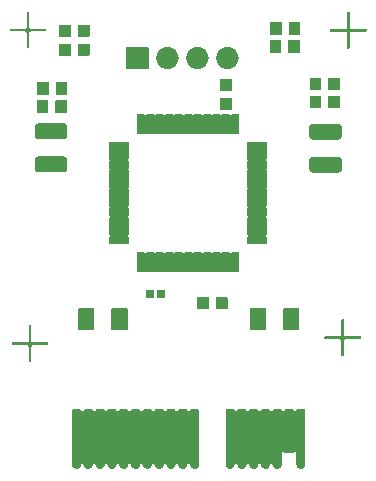
<source format=gts>
G04 #@! TF.GenerationSoftware,KiCad,Pcbnew,(5.1.0-1558-g0ba0c1724)*
G04 #@! TF.CreationDate,2019-10-02T18:20:57-07:00*
G04 #@! TF.ProjectId,TMC2660_Driver,544d4332-3636-4305-9f44-72697665722e,rev?*
G04 #@! TF.SameCoordinates,Original*
G04 #@! TF.FileFunction,Soldermask,Top*
G04 #@! TF.FilePolarity,Negative*
%FSLAX46Y46*%
G04 Gerber Fmt 4.6, Leading zero omitted, Abs format (unit mm)*
G04 Created by KiCad (PCBNEW (5.1.0-1558-g0ba0c1724)) date 2019-10-02 18:20:57*
%MOMM*%
%LPD*%
G04 APERTURE LIST*
%ADD10C,0.100000*%
G04 APERTURE END LIST*
D10*
G36*
X117997699Y-108337159D02*
G01*
X118014569Y-108348431D01*
X118025841Y-108365301D01*
X118030203Y-108387231D01*
X118062849Y-108449641D01*
X118124055Y-108484493D01*
X118194386Y-108480722D01*
X118251514Y-108439527D01*
X118275397Y-108387231D01*
X118279759Y-108365301D01*
X118291031Y-108348431D01*
X118307901Y-108337159D01*
X118340112Y-108330752D01*
X118965488Y-108330752D01*
X118997699Y-108337159D01*
X119014569Y-108348431D01*
X119025841Y-108365301D01*
X119030203Y-108387231D01*
X119062849Y-108449641D01*
X119124055Y-108484493D01*
X119194386Y-108480722D01*
X119251514Y-108439527D01*
X119275397Y-108387231D01*
X119279759Y-108365301D01*
X119291031Y-108348431D01*
X119307901Y-108337159D01*
X119340112Y-108330752D01*
X119965488Y-108330752D01*
X119997699Y-108337159D01*
X120014569Y-108348431D01*
X120025841Y-108365301D01*
X120030203Y-108387231D01*
X120062849Y-108449641D01*
X120124055Y-108484493D01*
X120194386Y-108480722D01*
X120251514Y-108439527D01*
X120275397Y-108387231D01*
X120279759Y-108365301D01*
X120291031Y-108348431D01*
X120307901Y-108337159D01*
X120340112Y-108330752D01*
X120965488Y-108330752D01*
X120997699Y-108337159D01*
X121014569Y-108348431D01*
X121025841Y-108365301D01*
X121030203Y-108387231D01*
X121062849Y-108449641D01*
X121124055Y-108484493D01*
X121194386Y-108480722D01*
X121251514Y-108439527D01*
X121275397Y-108387231D01*
X121279759Y-108365301D01*
X121291031Y-108348431D01*
X121307901Y-108337159D01*
X121340112Y-108330752D01*
X121965488Y-108330752D01*
X121997699Y-108337159D01*
X122014569Y-108348431D01*
X122025841Y-108365301D01*
X122030203Y-108387231D01*
X122062849Y-108449641D01*
X122124055Y-108484493D01*
X122194386Y-108480722D01*
X122251514Y-108439527D01*
X122275397Y-108387231D01*
X122279759Y-108365301D01*
X122291031Y-108348431D01*
X122307901Y-108337159D01*
X122340112Y-108330752D01*
X122965488Y-108330752D01*
X122997699Y-108337159D01*
X123014569Y-108348431D01*
X123025841Y-108365301D01*
X123030203Y-108387231D01*
X123062849Y-108449641D01*
X123124055Y-108484493D01*
X123194386Y-108480722D01*
X123251514Y-108439527D01*
X123275397Y-108387231D01*
X123279759Y-108365301D01*
X123291031Y-108348431D01*
X123307901Y-108337159D01*
X123340112Y-108330752D01*
X123965488Y-108330752D01*
X123997699Y-108337159D01*
X124014569Y-108348431D01*
X124025841Y-108365301D01*
X124030203Y-108387231D01*
X124062849Y-108449641D01*
X124124055Y-108484493D01*
X124194386Y-108480722D01*
X124251514Y-108439527D01*
X124275397Y-108387231D01*
X124279759Y-108365301D01*
X124291031Y-108348431D01*
X124307901Y-108337159D01*
X124340112Y-108330752D01*
X124965488Y-108330752D01*
X124997699Y-108337159D01*
X125014569Y-108348431D01*
X125025841Y-108365301D01*
X125030203Y-108387231D01*
X125062849Y-108449641D01*
X125124055Y-108484493D01*
X125194386Y-108480722D01*
X125251514Y-108439527D01*
X125275397Y-108387231D01*
X125279759Y-108365301D01*
X125291031Y-108348431D01*
X125307901Y-108337159D01*
X125340112Y-108330752D01*
X125965488Y-108330752D01*
X125997699Y-108337159D01*
X126014569Y-108348431D01*
X126025841Y-108365301D01*
X126030203Y-108387231D01*
X126062849Y-108449641D01*
X126124055Y-108484493D01*
X126194386Y-108480722D01*
X126251514Y-108439527D01*
X126275397Y-108387231D01*
X126279759Y-108365301D01*
X126291031Y-108348431D01*
X126307901Y-108337159D01*
X126340112Y-108330752D01*
X126965488Y-108330752D01*
X126997699Y-108337159D01*
X127014569Y-108348431D01*
X127025841Y-108365301D01*
X127030203Y-108387231D01*
X127062849Y-108449641D01*
X127124055Y-108484493D01*
X127194386Y-108480722D01*
X127251514Y-108439527D01*
X127275397Y-108387231D01*
X127279759Y-108365301D01*
X127291031Y-108348431D01*
X127307901Y-108337159D01*
X127340112Y-108330752D01*
X127965488Y-108330752D01*
X127997699Y-108337159D01*
X128014569Y-108348431D01*
X128025841Y-108365301D01*
X128032248Y-108397512D01*
X128032248Y-112972886D01*
X128030068Y-112983845D01*
X128028193Y-113001691D01*
X128027736Y-113054014D01*
X128008949Y-113106054D01*
X127994521Y-113151128D01*
X127990563Y-113156985D01*
X127985232Y-113171752D01*
X127955809Y-113208413D01*
X127934212Y-113240371D01*
X127922111Y-113250399D01*
X127906882Y-113269375D01*
X127874356Y-113289977D01*
X127851286Y-113309096D01*
X127828941Y-113318743D01*
X127801134Y-113336355D01*
X127772007Y-113343321D01*
X127752398Y-113351786D01*
X127719700Y-113355830D01*
X127679391Y-113365470D01*
X127658145Y-113363443D01*
X127645508Y-113365006D01*
X127604470Y-113358322D01*
X127554781Y-113353582D01*
X127543211Y-113348346D01*
X127539198Y-113347692D01*
X127493546Y-113325868D01*
X127440741Y-113301970D01*
X127398892Y-113262602D01*
X127361798Y-113229378D01*
X127359303Y-113225361D01*
X127349566Y-113216202D01*
X127326550Y-113172640D01*
X127304962Y-113137891D01*
X127301371Y-113124985D01*
X127291089Y-113105525D01*
X127284743Y-113065231D01*
X127272481Y-113021163D01*
X127235247Y-112961376D01*
X127171602Y-112931210D01*
X127101751Y-112940243D01*
X127047871Y-112985606D01*
X127033632Y-113031764D01*
X127032814Y-113031502D01*
X127027796Y-113047179D01*
X127027736Y-113054014D01*
X127008951Y-113106050D01*
X126994521Y-113151128D01*
X126990563Y-113156985D01*
X126985232Y-113171752D01*
X126955809Y-113208413D01*
X126934212Y-113240371D01*
X126922111Y-113250399D01*
X126906882Y-113269375D01*
X126874356Y-113289977D01*
X126851286Y-113309096D01*
X126828941Y-113318743D01*
X126801134Y-113336355D01*
X126772007Y-113343321D01*
X126752398Y-113351786D01*
X126719700Y-113355830D01*
X126679391Y-113365470D01*
X126658145Y-113363443D01*
X126645508Y-113365006D01*
X126604470Y-113358322D01*
X126554781Y-113353582D01*
X126543211Y-113348346D01*
X126539198Y-113347692D01*
X126493546Y-113325868D01*
X126440741Y-113301970D01*
X126398892Y-113262602D01*
X126361798Y-113229378D01*
X126359303Y-113225361D01*
X126349566Y-113216202D01*
X126326550Y-113172640D01*
X126304962Y-113137891D01*
X126301371Y-113124985D01*
X126291089Y-113105525D01*
X126284743Y-113065231D01*
X126272481Y-113021163D01*
X126235247Y-112961376D01*
X126171602Y-112931210D01*
X126101751Y-112940243D01*
X126047871Y-112985606D01*
X126033632Y-113031764D01*
X126032814Y-113031502D01*
X126027796Y-113047179D01*
X126027736Y-113054014D01*
X126008951Y-113106050D01*
X125994521Y-113151128D01*
X125990563Y-113156985D01*
X125985232Y-113171752D01*
X125955809Y-113208413D01*
X125934212Y-113240371D01*
X125922111Y-113250399D01*
X125906882Y-113269375D01*
X125874356Y-113289977D01*
X125851286Y-113309096D01*
X125828941Y-113318743D01*
X125801134Y-113336355D01*
X125772007Y-113343321D01*
X125752398Y-113351786D01*
X125719700Y-113355830D01*
X125679391Y-113365470D01*
X125658145Y-113363443D01*
X125645508Y-113365006D01*
X125604470Y-113358322D01*
X125554781Y-113353582D01*
X125543211Y-113348346D01*
X125539198Y-113347692D01*
X125493546Y-113325868D01*
X125440741Y-113301970D01*
X125398892Y-113262602D01*
X125361798Y-113229378D01*
X125359303Y-113225361D01*
X125349566Y-113216202D01*
X125326550Y-113172640D01*
X125304962Y-113137891D01*
X125301371Y-113124985D01*
X125291089Y-113105525D01*
X125284743Y-113065231D01*
X125272481Y-113021163D01*
X125235247Y-112961376D01*
X125171602Y-112931210D01*
X125101751Y-112940243D01*
X125047871Y-112985606D01*
X125033632Y-113031764D01*
X125032814Y-113031502D01*
X125027796Y-113047179D01*
X125027736Y-113054014D01*
X125008951Y-113106050D01*
X124994521Y-113151128D01*
X124990563Y-113156985D01*
X124985232Y-113171752D01*
X124955809Y-113208413D01*
X124934212Y-113240371D01*
X124922111Y-113250399D01*
X124906882Y-113269375D01*
X124874356Y-113289977D01*
X124851286Y-113309096D01*
X124828941Y-113318743D01*
X124801134Y-113336355D01*
X124772007Y-113343321D01*
X124752398Y-113351786D01*
X124719700Y-113355830D01*
X124679391Y-113365470D01*
X124658145Y-113363443D01*
X124645508Y-113365006D01*
X124604470Y-113358322D01*
X124554781Y-113353582D01*
X124543211Y-113348346D01*
X124539198Y-113347692D01*
X124493546Y-113325868D01*
X124440741Y-113301970D01*
X124398892Y-113262602D01*
X124361798Y-113229378D01*
X124359303Y-113225361D01*
X124349566Y-113216202D01*
X124326550Y-113172640D01*
X124304962Y-113137891D01*
X124301371Y-113124985D01*
X124291089Y-113105525D01*
X124284743Y-113065231D01*
X124272481Y-113021163D01*
X124235247Y-112961376D01*
X124171602Y-112931210D01*
X124101751Y-112940243D01*
X124047871Y-112985606D01*
X124033632Y-113031764D01*
X124032814Y-113031502D01*
X124027796Y-113047179D01*
X124027736Y-113054014D01*
X124008951Y-113106050D01*
X123994521Y-113151128D01*
X123990563Y-113156985D01*
X123985232Y-113171752D01*
X123955809Y-113208413D01*
X123934212Y-113240371D01*
X123922111Y-113250399D01*
X123906882Y-113269375D01*
X123874356Y-113289977D01*
X123851286Y-113309096D01*
X123828941Y-113318743D01*
X123801134Y-113336355D01*
X123772007Y-113343321D01*
X123752398Y-113351786D01*
X123719700Y-113355830D01*
X123679391Y-113365470D01*
X123658145Y-113363443D01*
X123645508Y-113365006D01*
X123604470Y-113358322D01*
X123554781Y-113353582D01*
X123543211Y-113348346D01*
X123539198Y-113347692D01*
X123493546Y-113325868D01*
X123440741Y-113301970D01*
X123398892Y-113262602D01*
X123361798Y-113229378D01*
X123359303Y-113225361D01*
X123349566Y-113216202D01*
X123326550Y-113172640D01*
X123304962Y-113137891D01*
X123301371Y-113124985D01*
X123291089Y-113105525D01*
X123284743Y-113065231D01*
X123272481Y-113021163D01*
X123235247Y-112961376D01*
X123171602Y-112931210D01*
X123101751Y-112940243D01*
X123047871Y-112985606D01*
X123033632Y-113031764D01*
X123032814Y-113031502D01*
X123027796Y-113047179D01*
X123027736Y-113054014D01*
X123008951Y-113106050D01*
X122994521Y-113151128D01*
X122990563Y-113156985D01*
X122985232Y-113171752D01*
X122955809Y-113208413D01*
X122934212Y-113240371D01*
X122922111Y-113250399D01*
X122906882Y-113269375D01*
X122874356Y-113289977D01*
X122851286Y-113309096D01*
X122828941Y-113318743D01*
X122801134Y-113336355D01*
X122772007Y-113343321D01*
X122752398Y-113351786D01*
X122719700Y-113355830D01*
X122679391Y-113365470D01*
X122658145Y-113363443D01*
X122645508Y-113365006D01*
X122604470Y-113358322D01*
X122554781Y-113353582D01*
X122543211Y-113348346D01*
X122539198Y-113347692D01*
X122493546Y-113325868D01*
X122440741Y-113301970D01*
X122398892Y-113262602D01*
X122361798Y-113229378D01*
X122359303Y-113225361D01*
X122349566Y-113216202D01*
X122326550Y-113172640D01*
X122304962Y-113137891D01*
X122301371Y-113124985D01*
X122291089Y-113105525D01*
X122284743Y-113065231D01*
X122272481Y-113021163D01*
X122235247Y-112961376D01*
X122171602Y-112931210D01*
X122101751Y-112940243D01*
X122047871Y-112985606D01*
X122033632Y-113031764D01*
X122032814Y-113031502D01*
X122027796Y-113047179D01*
X122027736Y-113054014D01*
X122008951Y-113106050D01*
X121994521Y-113151128D01*
X121990563Y-113156985D01*
X121985232Y-113171752D01*
X121955809Y-113208413D01*
X121934212Y-113240371D01*
X121922111Y-113250399D01*
X121906882Y-113269375D01*
X121874356Y-113289977D01*
X121851286Y-113309096D01*
X121828941Y-113318743D01*
X121801134Y-113336355D01*
X121772007Y-113343321D01*
X121752398Y-113351786D01*
X121719700Y-113355830D01*
X121679391Y-113365470D01*
X121658145Y-113363443D01*
X121645508Y-113365006D01*
X121604470Y-113358322D01*
X121554781Y-113353582D01*
X121543211Y-113348346D01*
X121539198Y-113347692D01*
X121493546Y-113325868D01*
X121440741Y-113301970D01*
X121398892Y-113262602D01*
X121361798Y-113229378D01*
X121359303Y-113225361D01*
X121349566Y-113216202D01*
X121326550Y-113172640D01*
X121304962Y-113137891D01*
X121301371Y-113124985D01*
X121291089Y-113105525D01*
X121284743Y-113065231D01*
X121272481Y-113021163D01*
X121235247Y-112961376D01*
X121171602Y-112931210D01*
X121101751Y-112940243D01*
X121047871Y-112985606D01*
X121033632Y-113031764D01*
X121032814Y-113031502D01*
X121027796Y-113047179D01*
X121027736Y-113054014D01*
X121008951Y-113106050D01*
X120994521Y-113151128D01*
X120990563Y-113156985D01*
X120985232Y-113171752D01*
X120955809Y-113208413D01*
X120934212Y-113240371D01*
X120922111Y-113250399D01*
X120906882Y-113269375D01*
X120874356Y-113289977D01*
X120851286Y-113309096D01*
X120828941Y-113318743D01*
X120801134Y-113336355D01*
X120772007Y-113343321D01*
X120752398Y-113351786D01*
X120719700Y-113355830D01*
X120679391Y-113365470D01*
X120658145Y-113363443D01*
X120645508Y-113365006D01*
X120604470Y-113358322D01*
X120554781Y-113353582D01*
X120543211Y-113348346D01*
X120539198Y-113347692D01*
X120493546Y-113325868D01*
X120440741Y-113301970D01*
X120398892Y-113262602D01*
X120361798Y-113229378D01*
X120359303Y-113225361D01*
X120349566Y-113216202D01*
X120326550Y-113172640D01*
X120304962Y-113137891D01*
X120301371Y-113124985D01*
X120291089Y-113105525D01*
X120284743Y-113065231D01*
X120272481Y-113021163D01*
X120235247Y-112961376D01*
X120171602Y-112931210D01*
X120101751Y-112940243D01*
X120047871Y-112985606D01*
X120033632Y-113031764D01*
X120032814Y-113031502D01*
X120027796Y-113047179D01*
X120027736Y-113054014D01*
X120008951Y-113106050D01*
X119994521Y-113151128D01*
X119990563Y-113156985D01*
X119985232Y-113171752D01*
X119955809Y-113208413D01*
X119934212Y-113240371D01*
X119922111Y-113250399D01*
X119906882Y-113269375D01*
X119874356Y-113289977D01*
X119851286Y-113309096D01*
X119828941Y-113318743D01*
X119801134Y-113336355D01*
X119772007Y-113343321D01*
X119752398Y-113351786D01*
X119719700Y-113355830D01*
X119679391Y-113365470D01*
X119658145Y-113363443D01*
X119645508Y-113365006D01*
X119604470Y-113358322D01*
X119554781Y-113353582D01*
X119543211Y-113348346D01*
X119539198Y-113347692D01*
X119493546Y-113325868D01*
X119440741Y-113301970D01*
X119398892Y-113262602D01*
X119361798Y-113229378D01*
X119359303Y-113225361D01*
X119349566Y-113216202D01*
X119326550Y-113172640D01*
X119304962Y-113137891D01*
X119301371Y-113124985D01*
X119291089Y-113105525D01*
X119284743Y-113065231D01*
X119272481Y-113021163D01*
X119235247Y-112961376D01*
X119171602Y-112931210D01*
X119101751Y-112940243D01*
X119047871Y-112985606D01*
X119033632Y-113031764D01*
X119032814Y-113031502D01*
X119027796Y-113047179D01*
X119027736Y-113054014D01*
X119008951Y-113106050D01*
X118994521Y-113151128D01*
X118990563Y-113156985D01*
X118985232Y-113171752D01*
X118955809Y-113208413D01*
X118934212Y-113240371D01*
X118922111Y-113250399D01*
X118906882Y-113269375D01*
X118874356Y-113289977D01*
X118851286Y-113309096D01*
X118828941Y-113318743D01*
X118801134Y-113336355D01*
X118772007Y-113343321D01*
X118752398Y-113351786D01*
X118719700Y-113355830D01*
X118679391Y-113365470D01*
X118658145Y-113363443D01*
X118645508Y-113365006D01*
X118604470Y-113358322D01*
X118554781Y-113353582D01*
X118543211Y-113348346D01*
X118539198Y-113347692D01*
X118493546Y-113325868D01*
X118440741Y-113301970D01*
X118398892Y-113262602D01*
X118361798Y-113229378D01*
X118359303Y-113225361D01*
X118349566Y-113216202D01*
X118326550Y-113172640D01*
X118304962Y-113137891D01*
X118301371Y-113124985D01*
X118291089Y-113105525D01*
X118284743Y-113065231D01*
X118272481Y-113021163D01*
X118235247Y-112961376D01*
X118171602Y-112931210D01*
X118101751Y-112940243D01*
X118047871Y-112985606D01*
X118033632Y-113031764D01*
X118032814Y-113031502D01*
X118027796Y-113047179D01*
X118027736Y-113054014D01*
X118008951Y-113106050D01*
X117994521Y-113151128D01*
X117990563Y-113156985D01*
X117985232Y-113171752D01*
X117955809Y-113208413D01*
X117934212Y-113240371D01*
X117922111Y-113250399D01*
X117906882Y-113269375D01*
X117874356Y-113289977D01*
X117851286Y-113309096D01*
X117828941Y-113318743D01*
X117801134Y-113336355D01*
X117772007Y-113343321D01*
X117752398Y-113351786D01*
X117719700Y-113355830D01*
X117679391Y-113365470D01*
X117658145Y-113363443D01*
X117645508Y-113365006D01*
X117604470Y-113358322D01*
X117554781Y-113353582D01*
X117543211Y-113348346D01*
X117539198Y-113347692D01*
X117493546Y-113325868D01*
X117440741Y-113301970D01*
X117398892Y-113262602D01*
X117361798Y-113229378D01*
X117359303Y-113225361D01*
X117349566Y-113216202D01*
X117326550Y-113172640D01*
X117304962Y-113137891D01*
X117301371Y-113124985D01*
X117291089Y-113105525D01*
X117284743Y-113065228D01*
X117276088Y-113034124D01*
X117276376Y-113012100D01*
X117271616Y-112981873D01*
X117273352Y-112971977D01*
X117273352Y-108397512D01*
X117279759Y-108365301D01*
X117291031Y-108348431D01*
X117307901Y-108337159D01*
X117340112Y-108330752D01*
X117965488Y-108330752D01*
X117997699Y-108337159D01*
X117997699Y-108337159D01*
G37*
G36*
X130997699Y-108337159D02*
G01*
X131014569Y-108348431D01*
X131025841Y-108365301D01*
X131030203Y-108387231D01*
X131062849Y-108449641D01*
X131124055Y-108484493D01*
X131194386Y-108480722D01*
X131251514Y-108439527D01*
X131275397Y-108387231D01*
X131279759Y-108365301D01*
X131291031Y-108348431D01*
X131307901Y-108337159D01*
X131340112Y-108330752D01*
X131965488Y-108330752D01*
X131997699Y-108337159D01*
X132014569Y-108348431D01*
X132025841Y-108365301D01*
X132030203Y-108387231D01*
X132062849Y-108449641D01*
X132124055Y-108484493D01*
X132194386Y-108480722D01*
X132251514Y-108439527D01*
X132275397Y-108387231D01*
X132279759Y-108365301D01*
X132291031Y-108348431D01*
X132307901Y-108337159D01*
X132340112Y-108330752D01*
X132965488Y-108330752D01*
X132997699Y-108337159D01*
X133014569Y-108348431D01*
X133025841Y-108365301D01*
X133030203Y-108387231D01*
X133062849Y-108449641D01*
X133124055Y-108484493D01*
X133194386Y-108480722D01*
X133251514Y-108439527D01*
X133275397Y-108387231D01*
X133279759Y-108365301D01*
X133291031Y-108348431D01*
X133307901Y-108337159D01*
X133340112Y-108330752D01*
X133965488Y-108330752D01*
X133997699Y-108337159D01*
X134014569Y-108348431D01*
X134025841Y-108365301D01*
X134030203Y-108387231D01*
X134062849Y-108449641D01*
X134124055Y-108484493D01*
X134194386Y-108480722D01*
X134251514Y-108439527D01*
X134275397Y-108387231D01*
X134279759Y-108365301D01*
X134291031Y-108348431D01*
X134307901Y-108337159D01*
X134340112Y-108330752D01*
X134965488Y-108330752D01*
X134997699Y-108337159D01*
X135014569Y-108348431D01*
X135025841Y-108365301D01*
X135030203Y-108387231D01*
X135062849Y-108449641D01*
X135124055Y-108484493D01*
X135194386Y-108480722D01*
X135251514Y-108439527D01*
X135275397Y-108387231D01*
X135279759Y-108365301D01*
X135291031Y-108348431D01*
X135307901Y-108337159D01*
X135340112Y-108330752D01*
X135965488Y-108330752D01*
X135997699Y-108337159D01*
X136014569Y-108348431D01*
X136025841Y-108365301D01*
X136030203Y-108387231D01*
X136062849Y-108449641D01*
X136124055Y-108484493D01*
X136194386Y-108480722D01*
X136251514Y-108439527D01*
X136275397Y-108387231D01*
X136279759Y-108365301D01*
X136291031Y-108348431D01*
X136307901Y-108337159D01*
X136340112Y-108330752D01*
X136965488Y-108330752D01*
X136997699Y-108337159D01*
X137014569Y-108348431D01*
X137025841Y-108365301D01*
X137032248Y-108397512D01*
X137032248Y-112972886D01*
X137030068Y-112983845D01*
X137028193Y-113001691D01*
X137027736Y-113054014D01*
X137008949Y-113106054D01*
X136994521Y-113151128D01*
X136990563Y-113156985D01*
X136985232Y-113171752D01*
X136955809Y-113208413D01*
X136934212Y-113240371D01*
X136922111Y-113250399D01*
X136906882Y-113269375D01*
X136874356Y-113289977D01*
X136851286Y-113309096D01*
X136828941Y-113318743D01*
X136801134Y-113336355D01*
X136772007Y-113343321D01*
X136752398Y-113351786D01*
X136719700Y-113355830D01*
X136679391Y-113365470D01*
X136658145Y-113363443D01*
X136645508Y-113365006D01*
X136604470Y-113358322D01*
X136554781Y-113353582D01*
X136543211Y-113348346D01*
X136539198Y-113347692D01*
X136493546Y-113325868D01*
X136440741Y-113301970D01*
X136398892Y-113262602D01*
X136361798Y-113229378D01*
X136359303Y-113225361D01*
X136349566Y-113216202D01*
X136326550Y-113172640D01*
X136304962Y-113137891D01*
X136301371Y-113124985D01*
X136291089Y-113105525D01*
X136284743Y-113065228D01*
X136276088Y-113034124D01*
X136276376Y-113012100D01*
X136271616Y-112981873D01*
X136273352Y-112971977D01*
X136273352Y-112029912D01*
X136253509Y-111962332D01*
X136200279Y-111916209D01*
X136130564Y-111906185D01*
X136066496Y-111935444D01*
X136027093Y-112003225D01*
X136025841Y-112005099D01*
X136014569Y-112021969D01*
X135997699Y-112033241D01*
X135977800Y-112037199D01*
X135965488Y-112039648D01*
X135340112Y-112039648D01*
X135307901Y-112033241D01*
X135291031Y-112021969D01*
X135279124Y-112004148D01*
X135247197Y-111943115D01*
X135185992Y-111908263D01*
X135115660Y-111912034D01*
X135058532Y-111953230D01*
X135032248Y-112029912D01*
X135032248Y-112972886D01*
X135030068Y-112983845D01*
X135028193Y-113001691D01*
X135027736Y-113054014D01*
X135008949Y-113106054D01*
X134994521Y-113151128D01*
X134990563Y-113156985D01*
X134985232Y-113171752D01*
X134955809Y-113208413D01*
X134934212Y-113240371D01*
X134922111Y-113250399D01*
X134906882Y-113269375D01*
X134874356Y-113289977D01*
X134851286Y-113309096D01*
X134828941Y-113318743D01*
X134801134Y-113336355D01*
X134772007Y-113343321D01*
X134752398Y-113351786D01*
X134719700Y-113355830D01*
X134679391Y-113365470D01*
X134658145Y-113363443D01*
X134645508Y-113365006D01*
X134604470Y-113358322D01*
X134554781Y-113353582D01*
X134543211Y-113348346D01*
X134539198Y-113347692D01*
X134493546Y-113325868D01*
X134440741Y-113301970D01*
X134398892Y-113262602D01*
X134361798Y-113229378D01*
X134359303Y-113225361D01*
X134349566Y-113216202D01*
X134326550Y-113172640D01*
X134304962Y-113137891D01*
X134301371Y-113124985D01*
X134291089Y-113105525D01*
X134284743Y-113065231D01*
X134272481Y-113021163D01*
X134235247Y-112961376D01*
X134171602Y-112931210D01*
X134101751Y-112940243D01*
X134047871Y-112985606D01*
X134033632Y-113031764D01*
X134032814Y-113031502D01*
X134027796Y-113047179D01*
X134027736Y-113054014D01*
X134008951Y-113106050D01*
X133994521Y-113151128D01*
X133990563Y-113156985D01*
X133985232Y-113171752D01*
X133955809Y-113208413D01*
X133934212Y-113240371D01*
X133922111Y-113250399D01*
X133906882Y-113269375D01*
X133874356Y-113289977D01*
X133851286Y-113309096D01*
X133828941Y-113318743D01*
X133801134Y-113336355D01*
X133772007Y-113343321D01*
X133752398Y-113351786D01*
X133719700Y-113355830D01*
X133679391Y-113365470D01*
X133658145Y-113363443D01*
X133645508Y-113365006D01*
X133604470Y-113358322D01*
X133554781Y-113353582D01*
X133543211Y-113348346D01*
X133539198Y-113347692D01*
X133493546Y-113325868D01*
X133440741Y-113301970D01*
X133398892Y-113262602D01*
X133361798Y-113229378D01*
X133359303Y-113225361D01*
X133349566Y-113216202D01*
X133326550Y-113172640D01*
X133304962Y-113137891D01*
X133301371Y-113124985D01*
X133291089Y-113105525D01*
X133284743Y-113065231D01*
X133272481Y-113021163D01*
X133235247Y-112961376D01*
X133171602Y-112931210D01*
X133101751Y-112940243D01*
X133047871Y-112985606D01*
X133033632Y-113031764D01*
X133032814Y-113031502D01*
X133027796Y-113047179D01*
X133027736Y-113054014D01*
X133008951Y-113106050D01*
X132994521Y-113151128D01*
X132990563Y-113156985D01*
X132985232Y-113171752D01*
X132955809Y-113208413D01*
X132934212Y-113240371D01*
X132922111Y-113250399D01*
X132906882Y-113269375D01*
X132874356Y-113289977D01*
X132851286Y-113309096D01*
X132828941Y-113318743D01*
X132801134Y-113336355D01*
X132772007Y-113343321D01*
X132752398Y-113351786D01*
X132719700Y-113355830D01*
X132679391Y-113365470D01*
X132658145Y-113363443D01*
X132645508Y-113365006D01*
X132604470Y-113358322D01*
X132554781Y-113353582D01*
X132543211Y-113348346D01*
X132539198Y-113347692D01*
X132493546Y-113325868D01*
X132440741Y-113301970D01*
X132398892Y-113262602D01*
X132361798Y-113229378D01*
X132359303Y-113225361D01*
X132349566Y-113216202D01*
X132326550Y-113172640D01*
X132304962Y-113137891D01*
X132301371Y-113124985D01*
X132291089Y-113105525D01*
X132284743Y-113065231D01*
X132272481Y-113021163D01*
X132235247Y-112961376D01*
X132171602Y-112931210D01*
X132101751Y-112940243D01*
X132047871Y-112985606D01*
X132033632Y-113031764D01*
X132032814Y-113031502D01*
X132027796Y-113047179D01*
X132027736Y-113054014D01*
X132008951Y-113106050D01*
X131994521Y-113151128D01*
X131990563Y-113156985D01*
X131985232Y-113171752D01*
X131955809Y-113208413D01*
X131934212Y-113240371D01*
X131922111Y-113250399D01*
X131906882Y-113269375D01*
X131874356Y-113289977D01*
X131851286Y-113309096D01*
X131828941Y-113318743D01*
X131801134Y-113336355D01*
X131772007Y-113343321D01*
X131752398Y-113351786D01*
X131719700Y-113355830D01*
X131679391Y-113365470D01*
X131658145Y-113363443D01*
X131645508Y-113365006D01*
X131604470Y-113358322D01*
X131554781Y-113353582D01*
X131543211Y-113348346D01*
X131539198Y-113347692D01*
X131493546Y-113325868D01*
X131440741Y-113301970D01*
X131398892Y-113262602D01*
X131361798Y-113229378D01*
X131359303Y-113225361D01*
X131349566Y-113216202D01*
X131326550Y-113172640D01*
X131304962Y-113137891D01*
X131301371Y-113124985D01*
X131291089Y-113105525D01*
X131284743Y-113065231D01*
X131272481Y-113021163D01*
X131235247Y-112961376D01*
X131171602Y-112931210D01*
X131101751Y-112940243D01*
X131047871Y-112985606D01*
X131033632Y-113031764D01*
X131032814Y-113031502D01*
X131027796Y-113047179D01*
X131027736Y-113054014D01*
X131008951Y-113106050D01*
X130994521Y-113151128D01*
X130990563Y-113156985D01*
X130985232Y-113171752D01*
X130955809Y-113208413D01*
X130934212Y-113240371D01*
X130922111Y-113250399D01*
X130906882Y-113269375D01*
X130874356Y-113289977D01*
X130851286Y-113309096D01*
X130828941Y-113318743D01*
X130801134Y-113336355D01*
X130772007Y-113343321D01*
X130752398Y-113351786D01*
X130719700Y-113355830D01*
X130679391Y-113365470D01*
X130658145Y-113363443D01*
X130645508Y-113365006D01*
X130604470Y-113358322D01*
X130554781Y-113353582D01*
X130543211Y-113348346D01*
X130539198Y-113347692D01*
X130493546Y-113325868D01*
X130440741Y-113301970D01*
X130398892Y-113262602D01*
X130361798Y-113229378D01*
X130359303Y-113225361D01*
X130349566Y-113216202D01*
X130326550Y-113172640D01*
X130304962Y-113137891D01*
X130301371Y-113124985D01*
X130291089Y-113105525D01*
X130284743Y-113065228D01*
X130276088Y-113034124D01*
X130276376Y-113012100D01*
X130271616Y-112981873D01*
X130273352Y-112971977D01*
X130273352Y-108397512D01*
X130279759Y-108365301D01*
X130291031Y-108348431D01*
X130307901Y-108337159D01*
X130340112Y-108330752D01*
X130965488Y-108330752D01*
X130997699Y-108337159D01*
X130997699Y-108337159D01*
G37*
G36*
X113799199Y-101220359D02*
G01*
X113816069Y-101231631D01*
X113827341Y-101248501D01*
X113833748Y-101280712D01*
X113833748Y-102525453D01*
X113853591Y-102593033D01*
X113906821Y-102639156D01*
X113958747Y-102650452D01*
X115203488Y-102650452D01*
X115235699Y-102656859D01*
X115252569Y-102668131D01*
X115263841Y-102685001D01*
X115270248Y-102717212D01*
X115270248Y-102819588D01*
X115267799Y-102831900D01*
X115263841Y-102851799D01*
X115252569Y-102868669D01*
X115235699Y-102879941D01*
X115215800Y-102883899D01*
X115203488Y-102886348D01*
X113958747Y-102886348D01*
X113891167Y-102906191D01*
X113845044Y-102959421D01*
X113833748Y-103011347D01*
X113833748Y-104256088D01*
X113831299Y-104268400D01*
X113827341Y-104288299D01*
X113816069Y-104305169D01*
X113799199Y-104316441D01*
X113779300Y-104320399D01*
X113766988Y-104322848D01*
X113664612Y-104322848D01*
X113632401Y-104316441D01*
X113615531Y-104305169D01*
X113604259Y-104288299D01*
X113597852Y-104256088D01*
X113597852Y-103011347D01*
X113578009Y-102943767D01*
X113524779Y-102897644D01*
X113472853Y-102886348D01*
X112228112Y-102886348D01*
X112195901Y-102879941D01*
X112179031Y-102868669D01*
X112167759Y-102851799D01*
X112161352Y-102819588D01*
X112161352Y-102717212D01*
X112167759Y-102685001D01*
X112179031Y-102668131D01*
X112195901Y-102656859D01*
X112228112Y-102650452D01*
X113472853Y-102650452D01*
X113540433Y-102630609D01*
X113586556Y-102577379D01*
X113597852Y-102525453D01*
X113597852Y-101280712D01*
X113604259Y-101248501D01*
X113615531Y-101231631D01*
X113632401Y-101220359D01*
X113664612Y-101213952D01*
X113766988Y-101213952D01*
X113799199Y-101220359D01*
X113799199Y-101220359D01*
G37*
G36*
X140265999Y-100712359D02*
G01*
X140282869Y-100723631D01*
X140294141Y-100740501D01*
X140300548Y-100772712D01*
X140300548Y-102017453D01*
X140320391Y-102085033D01*
X140373621Y-102131156D01*
X140425547Y-102142452D01*
X141670288Y-102142452D01*
X141702499Y-102148859D01*
X141719369Y-102160131D01*
X141730641Y-102177001D01*
X141737048Y-102209212D01*
X141737048Y-102311588D01*
X141734599Y-102323900D01*
X141730641Y-102343799D01*
X141719369Y-102360669D01*
X141702499Y-102371941D01*
X141682600Y-102375899D01*
X141670288Y-102378348D01*
X140425547Y-102378348D01*
X140357967Y-102398191D01*
X140311844Y-102451421D01*
X140300548Y-102503347D01*
X140300548Y-103748088D01*
X140298099Y-103760400D01*
X140294141Y-103780299D01*
X140282869Y-103797169D01*
X140265999Y-103808441D01*
X140246100Y-103812399D01*
X140233788Y-103814848D01*
X140131412Y-103814848D01*
X140099201Y-103808441D01*
X140082331Y-103797169D01*
X140071059Y-103780299D01*
X140064652Y-103748088D01*
X140064652Y-102503347D01*
X140044809Y-102435767D01*
X139991579Y-102389644D01*
X139939653Y-102378348D01*
X138694912Y-102378348D01*
X138662701Y-102371941D01*
X138645831Y-102360669D01*
X138634559Y-102343799D01*
X138628152Y-102311588D01*
X138628152Y-102209212D01*
X138634559Y-102177001D01*
X138645831Y-102160131D01*
X138662701Y-102148859D01*
X138694912Y-102142452D01*
X139939653Y-102142452D01*
X140007233Y-102122609D01*
X140053356Y-102069379D01*
X140064652Y-102017453D01*
X140064652Y-100772712D01*
X140071059Y-100740501D01*
X140082331Y-100723631D01*
X140099201Y-100712359D01*
X140131412Y-100705952D01*
X140233788Y-100705952D01*
X140265999Y-100712359D01*
X140265999Y-100712359D01*
G37*
G36*
X119135899Y-99787959D02*
G01*
X119152769Y-99799231D01*
X119164041Y-99816101D01*
X119170448Y-99848312D01*
X119170448Y-101573688D01*
X119167999Y-101586000D01*
X119164041Y-101605899D01*
X119152769Y-101622769D01*
X119135899Y-101634041D01*
X119116000Y-101637999D01*
X119103688Y-101640448D01*
X117878312Y-101640448D01*
X117846101Y-101634041D01*
X117829231Y-101622769D01*
X117817959Y-101605899D01*
X117811552Y-101573688D01*
X117811552Y-99848312D01*
X117817959Y-99816101D01*
X117829231Y-99799231D01*
X117846101Y-99787959D01*
X117878312Y-99781552D01*
X119103688Y-99781552D01*
X119135899Y-99787959D01*
X119135899Y-99787959D01*
G37*
G36*
X121935899Y-99787959D02*
G01*
X121952769Y-99799231D01*
X121964041Y-99816101D01*
X121970448Y-99848312D01*
X121970448Y-101573688D01*
X121967999Y-101586000D01*
X121964041Y-101605899D01*
X121952769Y-101622769D01*
X121935899Y-101634041D01*
X121916000Y-101637999D01*
X121903688Y-101640448D01*
X120678312Y-101640448D01*
X120646101Y-101634041D01*
X120629231Y-101622769D01*
X120617959Y-101605899D01*
X120611552Y-101573688D01*
X120611552Y-99848312D01*
X120617959Y-99816101D01*
X120629231Y-99799231D01*
X120646101Y-99787959D01*
X120678312Y-99781552D01*
X121903688Y-99781552D01*
X121935899Y-99787959D01*
X121935899Y-99787959D01*
G37*
G36*
X133687099Y-99762559D02*
G01*
X133703969Y-99773831D01*
X133715241Y-99790701D01*
X133721648Y-99822912D01*
X133721648Y-101548288D01*
X133719199Y-101560600D01*
X133715241Y-101580499D01*
X133703969Y-101597369D01*
X133687099Y-101608641D01*
X133667200Y-101612599D01*
X133654888Y-101615048D01*
X132429512Y-101615048D01*
X132397301Y-101608641D01*
X132380431Y-101597369D01*
X132369159Y-101580499D01*
X132362752Y-101548288D01*
X132362752Y-99822912D01*
X132369159Y-99790701D01*
X132380431Y-99773831D01*
X132397301Y-99762559D01*
X132429512Y-99756152D01*
X133654888Y-99756152D01*
X133687099Y-99762559D01*
X133687099Y-99762559D01*
G37*
G36*
X136487099Y-99762559D02*
G01*
X136503969Y-99773831D01*
X136515241Y-99790701D01*
X136521648Y-99822912D01*
X136521648Y-101548288D01*
X136519199Y-101560600D01*
X136515241Y-101580499D01*
X136503969Y-101597369D01*
X136487099Y-101608641D01*
X136467200Y-101612599D01*
X136454888Y-101615048D01*
X135229512Y-101615048D01*
X135197301Y-101608641D01*
X135180431Y-101597369D01*
X135169159Y-101580499D01*
X135162752Y-101548288D01*
X135162752Y-99822912D01*
X135169159Y-99790701D01*
X135180431Y-99773831D01*
X135197301Y-99762559D01*
X135229512Y-99756152D01*
X136454888Y-99756152D01*
X136487099Y-99762559D01*
X136487099Y-99762559D01*
G37*
G36*
X130403899Y-98790959D02*
G01*
X130420769Y-98802231D01*
X130432041Y-98819101D01*
X130438448Y-98851312D01*
X130438448Y-99776688D01*
X130435999Y-99789000D01*
X130432041Y-99808899D01*
X130420769Y-99825769D01*
X130403899Y-99837041D01*
X130384000Y-99840999D01*
X130371688Y-99843448D01*
X129521312Y-99843448D01*
X129489101Y-99837041D01*
X129472231Y-99825769D01*
X129460959Y-99808899D01*
X129454552Y-99776688D01*
X129454552Y-98851312D01*
X129460959Y-98819101D01*
X129472231Y-98802231D01*
X129489101Y-98790959D01*
X129521312Y-98784552D01*
X130371688Y-98784552D01*
X130403899Y-98790959D01*
X130403899Y-98790959D01*
G37*
G36*
X128828899Y-98790959D02*
G01*
X128845769Y-98802231D01*
X128857041Y-98819101D01*
X128863448Y-98851312D01*
X128863448Y-99776688D01*
X128860999Y-99789000D01*
X128857041Y-99808899D01*
X128845769Y-99825769D01*
X128828899Y-99837041D01*
X128809000Y-99840999D01*
X128796688Y-99843448D01*
X127946312Y-99843448D01*
X127914101Y-99837041D01*
X127897231Y-99825769D01*
X127885959Y-99808899D01*
X127879552Y-99776688D01*
X127879552Y-98851312D01*
X127885959Y-98819101D01*
X127897231Y-98802231D01*
X127914101Y-98790959D01*
X127946312Y-98784552D01*
X128796688Y-98784552D01*
X128828899Y-98790959D01*
X128828899Y-98790959D01*
G37*
G36*
X125132899Y-98183959D02*
G01*
X125149769Y-98195231D01*
X125161041Y-98212101D01*
X125167448Y-98244312D01*
X125167448Y-98859688D01*
X125164999Y-98872000D01*
X125161041Y-98891899D01*
X125149769Y-98908769D01*
X125132899Y-98920041D01*
X125113000Y-98923999D01*
X125100688Y-98926448D01*
X124535312Y-98926448D01*
X124503101Y-98920041D01*
X124486231Y-98908769D01*
X124474959Y-98891899D01*
X124468552Y-98859688D01*
X124468552Y-98244312D01*
X124474959Y-98212101D01*
X124486231Y-98195231D01*
X124503101Y-98183959D01*
X124535312Y-98177552D01*
X125100688Y-98177552D01*
X125132899Y-98183959D01*
X125132899Y-98183959D01*
G37*
G36*
X124162899Y-98183959D02*
G01*
X124179769Y-98195231D01*
X124191041Y-98212101D01*
X124197448Y-98244312D01*
X124197448Y-98859688D01*
X124194999Y-98872000D01*
X124191041Y-98891899D01*
X124179769Y-98908769D01*
X124162899Y-98920041D01*
X124143000Y-98923999D01*
X124130688Y-98926448D01*
X123565312Y-98926448D01*
X123533101Y-98920041D01*
X123516231Y-98908769D01*
X123504959Y-98891899D01*
X123498552Y-98859688D01*
X123498552Y-98244312D01*
X123504959Y-98212101D01*
X123516231Y-98195231D01*
X123533101Y-98183959D01*
X123565312Y-98177552D01*
X124130688Y-98177552D01*
X124162899Y-98183959D01*
X124162899Y-98183959D01*
G37*
G36*
X123371499Y-94994159D02*
G01*
X123388369Y-95005431D01*
X123397667Y-95019347D01*
X123451711Y-95064514D01*
X123521594Y-95073292D01*
X123605533Y-95019347D01*
X123614831Y-95005431D01*
X123631701Y-94994159D01*
X123663912Y-94987752D01*
X124139288Y-94987752D01*
X124171499Y-94994159D01*
X124188369Y-95005431D01*
X124197667Y-95019347D01*
X124251711Y-95064514D01*
X124321594Y-95073292D01*
X124405533Y-95019347D01*
X124414831Y-95005431D01*
X124431701Y-94994159D01*
X124463912Y-94987752D01*
X124939288Y-94987752D01*
X124971499Y-94994159D01*
X124988369Y-95005431D01*
X124997667Y-95019347D01*
X125051711Y-95064514D01*
X125121594Y-95073292D01*
X125205533Y-95019347D01*
X125214831Y-95005431D01*
X125231701Y-94994159D01*
X125263912Y-94987752D01*
X125739288Y-94987752D01*
X125771499Y-94994159D01*
X125788369Y-95005431D01*
X125797667Y-95019347D01*
X125851711Y-95064514D01*
X125921594Y-95073292D01*
X126005533Y-95019347D01*
X126014831Y-95005431D01*
X126031701Y-94994159D01*
X126063912Y-94987752D01*
X126539288Y-94987752D01*
X126571499Y-94994159D01*
X126588369Y-95005431D01*
X126597667Y-95019347D01*
X126651711Y-95064514D01*
X126721594Y-95073292D01*
X126805533Y-95019347D01*
X126814831Y-95005431D01*
X126831701Y-94994159D01*
X126863912Y-94987752D01*
X127339288Y-94987752D01*
X127371499Y-94994159D01*
X127388369Y-95005431D01*
X127397667Y-95019347D01*
X127451711Y-95064514D01*
X127521594Y-95073292D01*
X127605533Y-95019347D01*
X127614831Y-95005431D01*
X127631701Y-94994159D01*
X127663912Y-94987752D01*
X128139288Y-94987752D01*
X128171499Y-94994159D01*
X128188369Y-95005431D01*
X128197667Y-95019347D01*
X128251711Y-95064514D01*
X128321594Y-95073292D01*
X128405533Y-95019347D01*
X128414831Y-95005431D01*
X128431701Y-94994159D01*
X128463912Y-94987752D01*
X128939288Y-94987752D01*
X128971499Y-94994159D01*
X128988369Y-95005431D01*
X128997667Y-95019347D01*
X129051711Y-95064514D01*
X129121594Y-95073292D01*
X129205533Y-95019347D01*
X129214831Y-95005431D01*
X129231701Y-94994159D01*
X129263912Y-94987752D01*
X129739288Y-94987752D01*
X129771499Y-94994159D01*
X129788369Y-95005431D01*
X129797667Y-95019347D01*
X129851711Y-95064514D01*
X129921594Y-95073292D01*
X130005533Y-95019347D01*
X130014831Y-95005431D01*
X130031701Y-94994159D01*
X130063912Y-94987752D01*
X130539288Y-94987752D01*
X130571499Y-94994159D01*
X130588369Y-95005431D01*
X130597667Y-95019347D01*
X130651711Y-95064514D01*
X130721594Y-95073292D01*
X130805533Y-95019347D01*
X130814831Y-95005431D01*
X130831701Y-94994159D01*
X130863912Y-94987752D01*
X131339288Y-94987752D01*
X131371499Y-94994159D01*
X131388369Y-95005431D01*
X131399641Y-95022301D01*
X131406048Y-95054512D01*
X131406048Y-96629888D01*
X131403599Y-96642200D01*
X131399641Y-96662099D01*
X131388369Y-96678969D01*
X131371499Y-96690241D01*
X131351600Y-96694199D01*
X131339288Y-96696648D01*
X130863912Y-96696648D01*
X130831701Y-96690241D01*
X130814831Y-96678969D01*
X130805533Y-96665053D01*
X130751489Y-96619886D01*
X130681606Y-96611108D01*
X130597667Y-96665053D01*
X130588369Y-96678969D01*
X130571499Y-96690241D01*
X130551600Y-96694199D01*
X130539288Y-96696648D01*
X130063912Y-96696648D01*
X130031701Y-96690241D01*
X130014831Y-96678969D01*
X130005533Y-96665053D01*
X129951489Y-96619886D01*
X129881606Y-96611108D01*
X129797667Y-96665053D01*
X129788369Y-96678969D01*
X129771499Y-96690241D01*
X129751600Y-96694199D01*
X129739288Y-96696648D01*
X129263912Y-96696648D01*
X129231701Y-96690241D01*
X129214831Y-96678969D01*
X129205533Y-96665053D01*
X129151489Y-96619886D01*
X129081606Y-96611108D01*
X128997667Y-96665053D01*
X128988369Y-96678969D01*
X128971499Y-96690241D01*
X128951600Y-96694199D01*
X128939288Y-96696648D01*
X128463912Y-96696648D01*
X128431701Y-96690241D01*
X128414831Y-96678969D01*
X128405533Y-96665053D01*
X128351489Y-96619886D01*
X128281606Y-96611108D01*
X128197667Y-96665053D01*
X128188369Y-96678969D01*
X128171499Y-96690241D01*
X128151600Y-96694199D01*
X128139288Y-96696648D01*
X127663912Y-96696648D01*
X127631701Y-96690241D01*
X127614831Y-96678969D01*
X127605533Y-96665053D01*
X127551489Y-96619886D01*
X127481606Y-96611108D01*
X127397667Y-96665053D01*
X127388369Y-96678969D01*
X127371499Y-96690241D01*
X127351600Y-96694199D01*
X127339288Y-96696648D01*
X126863912Y-96696648D01*
X126831701Y-96690241D01*
X126814831Y-96678969D01*
X126805533Y-96665053D01*
X126751489Y-96619886D01*
X126681606Y-96611108D01*
X126597667Y-96665053D01*
X126588369Y-96678969D01*
X126571499Y-96690241D01*
X126551600Y-96694199D01*
X126539288Y-96696648D01*
X126063912Y-96696648D01*
X126031701Y-96690241D01*
X126014831Y-96678969D01*
X126005533Y-96665053D01*
X125951489Y-96619886D01*
X125881606Y-96611108D01*
X125797667Y-96665053D01*
X125788369Y-96678969D01*
X125771499Y-96690241D01*
X125751600Y-96694199D01*
X125739288Y-96696648D01*
X125263912Y-96696648D01*
X125231701Y-96690241D01*
X125214831Y-96678969D01*
X125205533Y-96665053D01*
X125151489Y-96619886D01*
X125081606Y-96611108D01*
X124997667Y-96665053D01*
X124988369Y-96678969D01*
X124971499Y-96690241D01*
X124951600Y-96694199D01*
X124939288Y-96696648D01*
X124463912Y-96696648D01*
X124431701Y-96690241D01*
X124414831Y-96678969D01*
X124405533Y-96665053D01*
X124351489Y-96619886D01*
X124281606Y-96611108D01*
X124197667Y-96665053D01*
X124188369Y-96678969D01*
X124171499Y-96690241D01*
X124151600Y-96694199D01*
X124139288Y-96696648D01*
X123663912Y-96696648D01*
X123631701Y-96690241D01*
X123614831Y-96678969D01*
X123605533Y-96665053D01*
X123551489Y-96619886D01*
X123481606Y-96611108D01*
X123397667Y-96665053D01*
X123388369Y-96678969D01*
X123371499Y-96690241D01*
X123351600Y-96694199D01*
X123339288Y-96696648D01*
X122863912Y-96696648D01*
X122831701Y-96690241D01*
X122814831Y-96678969D01*
X122803559Y-96662099D01*
X122797152Y-96629888D01*
X122797152Y-95054512D01*
X122803559Y-95022301D01*
X122814831Y-95005431D01*
X122831701Y-94994159D01*
X122863912Y-94987752D01*
X123339288Y-94987752D01*
X123371499Y-94994159D01*
X123371499Y-94994159D01*
G37*
G36*
X133771499Y-85694159D02*
G01*
X133788369Y-85705431D01*
X133799641Y-85722301D01*
X133806048Y-85754512D01*
X133806048Y-87029888D01*
X133799641Y-87062099D01*
X133788369Y-87078969D01*
X133774453Y-87088267D01*
X133729286Y-87142311D01*
X133720508Y-87212194D01*
X133774453Y-87296133D01*
X133788369Y-87305431D01*
X133799641Y-87322301D01*
X133806048Y-87354512D01*
X133806048Y-87829888D01*
X133799641Y-87862099D01*
X133788369Y-87878969D01*
X133774453Y-87888267D01*
X133729286Y-87942311D01*
X133720508Y-88012194D01*
X133774453Y-88096133D01*
X133788369Y-88105431D01*
X133799641Y-88122301D01*
X133806048Y-88154512D01*
X133806048Y-89429888D01*
X133799641Y-89462099D01*
X133788369Y-89478969D01*
X133774453Y-89488267D01*
X133729286Y-89542311D01*
X133720508Y-89612194D01*
X133774453Y-89696133D01*
X133788369Y-89705431D01*
X133799641Y-89722301D01*
X133806048Y-89754512D01*
X133806048Y-91029888D01*
X133799641Y-91062099D01*
X133788369Y-91078969D01*
X133774453Y-91088267D01*
X133729286Y-91142311D01*
X133720508Y-91212194D01*
X133774453Y-91296133D01*
X133788369Y-91305431D01*
X133799641Y-91322301D01*
X133806048Y-91354512D01*
X133806048Y-91829888D01*
X133799641Y-91862099D01*
X133788369Y-91878969D01*
X133774453Y-91888267D01*
X133729286Y-91942311D01*
X133720508Y-92012194D01*
X133774453Y-92096133D01*
X133788369Y-92105431D01*
X133799641Y-92122301D01*
X133806048Y-92154512D01*
X133806048Y-93429888D01*
X133799641Y-93462099D01*
X133788369Y-93478969D01*
X133774453Y-93488267D01*
X133729286Y-93542311D01*
X133720508Y-93612194D01*
X133774453Y-93696133D01*
X133788369Y-93705431D01*
X133799641Y-93722301D01*
X133806048Y-93754512D01*
X133806048Y-94229888D01*
X133803599Y-94242200D01*
X133799641Y-94262099D01*
X133788369Y-94278969D01*
X133771499Y-94290241D01*
X133751600Y-94294199D01*
X133739288Y-94296648D01*
X132163912Y-94296648D01*
X132131701Y-94290241D01*
X132114831Y-94278969D01*
X132103559Y-94262099D01*
X132097152Y-94229888D01*
X132097152Y-93754512D01*
X132103559Y-93722301D01*
X132114831Y-93705431D01*
X132128747Y-93696133D01*
X132173914Y-93642089D01*
X132182692Y-93572206D01*
X132128747Y-93488267D01*
X132114831Y-93478969D01*
X132103559Y-93462099D01*
X132097152Y-93429888D01*
X132097152Y-92154512D01*
X132103559Y-92122301D01*
X132114831Y-92105431D01*
X132128747Y-92096133D01*
X132173914Y-92042089D01*
X132182692Y-91972206D01*
X132128747Y-91888267D01*
X132114831Y-91878969D01*
X132103559Y-91862099D01*
X132097152Y-91829888D01*
X132097152Y-91354512D01*
X132103559Y-91322301D01*
X132114831Y-91305431D01*
X132128747Y-91296133D01*
X132173914Y-91242089D01*
X132182692Y-91172206D01*
X132128747Y-91088267D01*
X132114831Y-91078969D01*
X132103559Y-91062099D01*
X132097152Y-91029888D01*
X132097152Y-89754512D01*
X132103559Y-89722301D01*
X132114831Y-89705431D01*
X132128747Y-89696133D01*
X132173914Y-89642089D01*
X132182692Y-89572206D01*
X132128747Y-89488267D01*
X132114831Y-89478969D01*
X132103559Y-89462099D01*
X132097152Y-89429888D01*
X132097152Y-88154512D01*
X132103559Y-88122301D01*
X132114831Y-88105431D01*
X132128747Y-88096133D01*
X132173914Y-88042089D01*
X132182692Y-87972206D01*
X132128747Y-87888267D01*
X132114831Y-87878969D01*
X132103559Y-87862099D01*
X132097152Y-87829888D01*
X132097152Y-87354512D01*
X132103559Y-87322301D01*
X132114831Y-87305431D01*
X132128747Y-87296133D01*
X132173914Y-87242089D01*
X132182692Y-87172206D01*
X132128747Y-87088267D01*
X132114831Y-87078969D01*
X132103559Y-87062099D01*
X132097152Y-87029888D01*
X132097152Y-85754512D01*
X132103559Y-85722301D01*
X132114831Y-85705431D01*
X132131701Y-85694159D01*
X132163912Y-85687752D01*
X133739288Y-85687752D01*
X133771499Y-85694159D01*
X133771499Y-85694159D01*
G37*
G36*
X122071499Y-85694159D02*
G01*
X122088369Y-85705431D01*
X122099641Y-85722301D01*
X122106048Y-85754512D01*
X122106048Y-87029888D01*
X122099641Y-87062099D01*
X122088369Y-87078969D01*
X122074453Y-87088267D01*
X122029286Y-87142311D01*
X122020508Y-87212194D01*
X122074453Y-87296133D01*
X122088369Y-87305431D01*
X122099641Y-87322301D01*
X122106048Y-87354512D01*
X122106048Y-87829888D01*
X122099641Y-87862099D01*
X122088369Y-87878969D01*
X122074453Y-87888267D01*
X122029286Y-87942311D01*
X122020508Y-88012194D01*
X122074453Y-88096133D01*
X122088369Y-88105431D01*
X122099641Y-88122301D01*
X122106048Y-88154512D01*
X122106048Y-89429888D01*
X122099641Y-89462099D01*
X122088369Y-89478969D01*
X122074453Y-89488267D01*
X122029286Y-89542311D01*
X122020508Y-89612194D01*
X122074453Y-89696133D01*
X122088369Y-89705431D01*
X122099641Y-89722301D01*
X122106048Y-89754512D01*
X122106048Y-91029888D01*
X122099641Y-91062099D01*
X122088369Y-91078969D01*
X122074453Y-91088267D01*
X122029286Y-91142311D01*
X122020508Y-91212194D01*
X122074453Y-91296133D01*
X122088369Y-91305431D01*
X122099641Y-91322301D01*
X122106048Y-91354512D01*
X122106048Y-91829888D01*
X122099641Y-91862099D01*
X122088369Y-91878969D01*
X122074453Y-91888267D01*
X122029286Y-91942311D01*
X122020508Y-92012194D01*
X122074453Y-92096133D01*
X122088369Y-92105431D01*
X122099641Y-92122301D01*
X122106048Y-92154512D01*
X122106048Y-93429888D01*
X122099641Y-93462099D01*
X122088369Y-93478969D01*
X122074453Y-93488267D01*
X122029286Y-93542311D01*
X122020508Y-93612194D01*
X122074453Y-93696133D01*
X122088369Y-93705431D01*
X122099641Y-93722301D01*
X122106048Y-93754512D01*
X122106048Y-94229888D01*
X122103599Y-94242200D01*
X122099641Y-94262099D01*
X122088369Y-94278969D01*
X122071499Y-94290241D01*
X122051600Y-94294199D01*
X122039288Y-94296648D01*
X120463912Y-94296648D01*
X120431701Y-94290241D01*
X120414831Y-94278969D01*
X120403559Y-94262099D01*
X120397152Y-94229888D01*
X120397152Y-93754512D01*
X120403559Y-93722301D01*
X120414831Y-93705431D01*
X120428747Y-93696133D01*
X120473914Y-93642089D01*
X120482692Y-93572206D01*
X120428747Y-93488267D01*
X120414831Y-93478969D01*
X120403559Y-93462099D01*
X120397152Y-93429888D01*
X120397152Y-92154512D01*
X120403559Y-92122301D01*
X120414831Y-92105431D01*
X120428747Y-92096133D01*
X120473914Y-92042089D01*
X120482692Y-91972206D01*
X120428747Y-91888267D01*
X120414831Y-91878969D01*
X120403559Y-91862099D01*
X120397152Y-91829888D01*
X120397152Y-91354512D01*
X120403559Y-91322301D01*
X120414831Y-91305431D01*
X120428747Y-91296133D01*
X120473914Y-91242089D01*
X120482692Y-91172206D01*
X120428747Y-91088267D01*
X120414831Y-91078969D01*
X120403559Y-91062099D01*
X120397152Y-91029888D01*
X120397152Y-89754512D01*
X120403559Y-89722301D01*
X120414831Y-89705431D01*
X120428747Y-89696133D01*
X120473914Y-89642089D01*
X120482692Y-89572206D01*
X120428747Y-89488267D01*
X120414831Y-89478969D01*
X120403559Y-89462099D01*
X120397152Y-89429888D01*
X120397152Y-88154512D01*
X120403559Y-88122301D01*
X120414831Y-88105431D01*
X120428747Y-88096133D01*
X120473914Y-88042089D01*
X120482692Y-87972206D01*
X120428747Y-87888267D01*
X120414831Y-87878969D01*
X120403559Y-87862099D01*
X120397152Y-87829888D01*
X120397152Y-87354512D01*
X120403559Y-87322301D01*
X120414831Y-87305431D01*
X120428747Y-87296133D01*
X120473914Y-87242089D01*
X120482692Y-87172206D01*
X120428747Y-87088267D01*
X120414831Y-87078969D01*
X120403559Y-87062099D01*
X120397152Y-87029888D01*
X120397152Y-85754512D01*
X120403559Y-85722301D01*
X120414831Y-85705431D01*
X120431701Y-85694159D01*
X120463912Y-85687752D01*
X122039288Y-85687752D01*
X122071499Y-85694159D01*
X122071499Y-85694159D01*
G37*
G36*
X139896556Y-86941364D02*
G01*
X139908028Y-86946889D01*
X139916086Y-86948395D01*
X139933343Y-86959080D01*
X139978438Y-86980797D01*
X139998538Y-86999447D01*
X140011764Y-87007636D01*
X140022064Y-87021276D01*
X140045065Y-87042617D01*
X140067417Y-87081332D01*
X140079581Y-87097440D01*
X140081550Y-87105812D01*
X140089306Y-87119246D01*
X140108219Y-87219203D01*
X140111683Y-87233931D01*
X140111683Y-87237510D01*
X140112994Y-87244439D01*
X140112994Y-87967116D01*
X140098036Y-88066356D01*
X140092511Y-88077828D01*
X140091005Y-88085886D01*
X140080320Y-88103143D01*
X140058603Y-88148238D01*
X140039953Y-88168338D01*
X140031764Y-88181564D01*
X140018124Y-88191864D01*
X139996783Y-88214865D01*
X139958068Y-88237217D01*
X139941960Y-88249381D01*
X139933588Y-88251350D01*
X139920154Y-88259106D01*
X139820197Y-88278019D01*
X139805469Y-88281483D01*
X139801890Y-88281483D01*
X139794961Y-88282794D01*
X137672284Y-88282794D01*
X137573044Y-88267836D01*
X137561572Y-88262311D01*
X137553514Y-88260805D01*
X137536257Y-88250120D01*
X137491162Y-88228403D01*
X137471062Y-88209753D01*
X137457836Y-88201564D01*
X137447536Y-88187924D01*
X137424535Y-88166583D01*
X137402183Y-88127868D01*
X137390019Y-88111760D01*
X137388050Y-88103388D01*
X137380294Y-88089954D01*
X137361381Y-87989997D01*
X137357917Y-87975269D01*
X137357917Y-87971690D01*
X137356606Y-87964761D01*
X137356606Y-87242084D01*
X137371564Y-87142844D01*
X137377089Y-87131372D01*
X137378595Y-87123314D01*
X137389280Y-87106057D01*
X137410997Y-87060962D01*
X137429647Y-87040862D01*
X137437836Y-87027636D01*
X137451476Y-87017336D01*
X137472817Y-86994335D01*
X137511532Y-86971983D01*
X137527640Y-86959819D01*
X137536012Y-86957850D01*
X137549446Y-86950094D01*
X137649403Y-86931181D01*
X137664131Y-86927717D01*
X137667710Y-86927717D01*
X137674639Y-86926406D01*
X139797316Y-86926406D01*
X139896556Y-86941364D01*
X139896556Y-86941364D01*
G37*
G36*
X116655556Y-86915964D02*
G01*
X116667028Y-86921489D01*
X116675086Y-86922995D01*
X116692343Y-86933680D01*
X116737438Y-86955397D01*
X116757538Y-86974047D01*
X116770764Y-86982236D01*
X116781064Y-86995876D01*
X116804065Y-87017217D01*
X116826417Y-87055932D01*
X116838581Y-87072040D01*
X116840550Y-87080412D01*
X116848306Y-87093846D01*
X116867219Y-87193803D01*
X116870683Y-87208531D01*
X116870683Y-87212110D01*
X116871994Y-87219039D01*
X116871994Y-87941716D01*
X116857036Y-88040956D01*
X116851511Y-88052428D01*
X116850005Y-88060486D01*
X116839320Y-88077743D01*
X116817603Y-88122838D01*
X116798953Y-88142938D01*
X116790764Y-88156164D01*
X116777124Y-88166464D01*
X116755783Y-88189465D01*
X116717068Y-88211817D01*
X116700960Y-88223981D01*
X116692588Y-88225950D01*
X116679154Y-88233706D01*
X116579197Y-88252619D01*
X116564469Y-88256083D01*
X116560890Y-88256083D01*
X116553961Y-88257394D01*
X114431284Y-88257394D01*
X114332044Y-88242436D01*
X114320572Y-88236911D01*
X114312514Y-88235405D01*
X114295257Y-88224720D01*
X114250162Y-88203003D01*
X114230062Y-88184353D01*
X114216836Y-88176164D01*
X114206536Y-88162524D01*
X114183535Y-88141183D01*
X114161183Y-88102468D01*
X114149019Y-88086360D01*
X114147050Y-88077988D01*
X114139294Y-88064554D01*
X114120381Y-87964597D01*
X114116917Y-87949869D01*
X114116917Y-87946290D01*
X114115606Y-87939361D01*
X114115606Y-87216684D01*
X114130564Y-87117444D01*
X114136089Y-87105972D01*
X114137595Y-87097914D01*
X114148280Y-87080657D01*
X114169997Y-87035562D01*
X114188647Y-87015462D01*
X114196836Y-87002236D01*
X114210476Y-86991936D01*
X114231817Y-86968935D01*
X114270532Y-86946583D01*
X114286640Y-86934419D01*
X114295012Y-86932450D01*
X114308446Y-86924694D01*
X114408403Y-86905781D01*
X114423131Y-86902317D01*
X114426710Y-86902317D01*
X114433639Y-86901006D01*
X116556316Y-86901006D01*
X116655556Y-86915964D01*
X116655556Y-86915964D01*
G37*
G36*
X139896556Y-84141364D02*
G01*
X139908028Y-84146889D01*
X139916086Y-84148395D01*
X139933343Y-84159080D01*
X139978438Y-84180797D01*
X139998538Y-84199447D01*
X140011764Y-84207636D01*
X140022064Y-84221276D01*
X140045065Y-84242617D01*
X140067417Y-84281332D01*
X140079581Y-84297440D01*
X140081550Y-84305812D01*
X140089306Y-84319246D01*
X140108219Y-84419203D01*
X140111683Y-84433931D01*
X140111683Y-84437510D01*
X140112994Y-84444439D01*
X140112994Y-85167116D01*
X140098036Y-85266356D01*
X140092511Y-85277828D01*
X140091005Y-85285886D01*
X140080320Y-85303143D01*
X140058603Y-85348238D01*
X140039953Y-85368338D01*
X140031764Y-85381564D01*
X140018124Y-85391864D01*
X139996783Y-85414865D01*
X139958068Y-85437217D01*
X139941960Y-85449381D01*
X139933588Y-85451350D01*
X139920154Y-85459106D01*
X139820197Y-85478019D01*
X139805469Y-85481483D01*
X139801890Y-85481483D01*
X139794961Y-85482794D01*
X137672284Y-85482794D01*
X137573044Y-85467836D01*
X137561572Y-85462311D01*
X137553514Y-85460805D01*
X137536257Y-85450120D01*
X137491162Y-85428403D01*
X137471062Y-85409753D01*
X137457836Y-85401564D01*
X137447536Y-85387924D01*
X137424535Y-85366583D01*
X137402183Y-85327868D01*
X137390019Y-85311760D01*
X137388050Y-85303388D01*
X137380294Y-85289954D01*
X137361381Y-85189997D01*
X137357917Y-85175269D01*
X137357917Y-85171690D01*
X137356606Y-85164761D01*
X137356606Y-84442084D01*
X137371564Y-84342844D01*
X137377089Y-84331372D01*
X137378595Y-84323314D01*
X137389280Y-84306057D01*
X137410997Y-84260962D01*
X137429647Y-84240862D01*
X137437836Y-84227636D01*
X137451476Y-84217336D01*
X137472817Y-84194335D01*
X137511532Y-84171983D01*
X137527640Y-84159819D01*
X137536012Y-84157850D01*
X137549446Y-84150094D01*
X137649403Y-84131181D01*
X137664131Y-84127717D01*
X137667710Y-84127717D01*
X137674639Y-84126406D01*
X139797316Y-84126406D01*
X139896556Y-84141364D01*
X139896556Y-84141364D01*
G37*
G36*
X116655556Y-84115964D02*
G01*
X116667028Y-84121489D01*
X116675086Y-84122995D01*
X116692343Y-84133680D01*
X116737438Y-84155397D01*
X116757538Y-84174047D01*
X116770764Y-84182236D01*
X116781064Y-84195876D01*
X116804065Y-84217217D01*
X116826417Y-84255932D01*
X116838581Y-84272040D01*
X116840550Y-84280412D01*
X116848306Y-84293846D01*
X116867219Y-84393803D01*
X116870683Y-84408531D01*
X116870683Y-84412110D01*
X116871994Y-84419039D01*
X116871994Y-85141716D01*
X116857036Y-85240956D01*
X116851511Y-85252428D01*
X116850005Y-85260486D01*
X116839320Y-85277743D01*
X116817603Y-85322838D01*
X116798953Y-85342938D01*
X116790764Y-85356164D01*
X116777124Y-85366464D01*
X116755783Y-85389465D01*
X116717068Y-85411817D01*
X116700960Y-85423981D01*
X116692588Y-85425950D01*
X116679154Y-85433706D01*
X116579197Y-85452619D01*
X116564469Y-85456083D01*
X116560890Y-85456083D01*
X116553961Y-85457394D01*
X114431284Y-85457394D01*
X114332044Y-85442436D01*
X114320572Y-85436911D01*
X114312514Y-85435405D01*
X114295257Y-85424720D01*
X114250162Y-85403003D01*
X114230062Y-85384353D01*
X114216836Y-85376164D01*
X114206536Y-85362524D01*
X114183535Y-85341183D01*
X114161183Y-85302468D01*
X114149019Y-85286360D01*
X114147050Y-85277988D01*
X114139294Y-85264554D01*
X114120381Y-85164597D01*
X114116917Y-85149869D01*
X114116917Y-85146290D01*
X114115606Y-85139361D01*
X114115606Y-84416684D01*
X114130564Y-84317444D01*
X114136089Y-84305972D01*
X114137595Y-84297914D01*
X114148280Y-84280657D01*
X114169997Y-84235562D01*
X114188647Y-84215462D01*
X114196836Y-84202236D01*
X114210476Y-84191936D01*
X114231817Y-84168935D01*
X114270532Y-84146583D01*
X114286640Y-84134419D01*
X114295012Y-84132450D01*
X114308446Y-84124694D01*
X114408403Y-84105781D01*
X114423131Y-84102317D01*
X114426710Y-84102317D01*
X114433639Y-84101006D01*
X116556316Y-84101006D01*
X116655556Y-84115964D01*
X116655556Y-84115964D01*
G37*
G36*
X123371499Y-83294159D02*
G01*
X123388369Y-83305431D01*
X123397667Y-83319347D01*
X123451711Y-83364514D01*
X123521594Y-83373292D01*
X123605533Y-83319347D01*
X123614831Y-83305431D01*
X123631701Y-83294159D01*
X123663912Y-83287752D01*
X124139288Y-83287752D01*
X124171499Y-83294159D01*
X124188369Y-83305431D01*
X124197667Y-83319347D01*
X124251711Y-83364514D01*
X124321594Y-83373292D01*
X124405533Y-83319347D01*
X124414831Y-83305431D01*
X124431701Y-83294159D01*
X124463912Y-83287752D01*
X124939288Y-83287752D01*
X124971499Y-83294159D01*
X124988369Y-83305431D01*
X124997667Y-83319347D01*
X125051711Y-83364514D01*
X125121594Y-83373292D01*
X125205533Y-83319347D01*
X125214831Y-83305431D01*
X125231701Y-83294159D01*
X125263912Y-83287752D01*
X125739288Y-83287752D01*
X125771499Y-83294159D01*
X125788369Y-83305431D01*
X125797667Y-83319347D01*
X125851711Y-83364514D01*
X125921594Y-83373292D01*
X126005533Y-83319347D01*
X126014831Y-83305431D01*
X126031701Y-83294159D01*
X126063912Y-83287752D01*
X126539288Y-83287752D01*
X126571499Y-83294159D01*
X126588369Y-83305431D01*
X126597667Y-83319347D01*
X126651711Y-83364514D01*
X126721594Y-83373292D01*
X126805533Y-83319347D01*
X126814831Y-83305431D01*
X126831701Y-83294159D01*
X126863912Y-83287752D01*
X127339288Y-83287752D01*
X127371499Y-83294159D01*
X127388369Y-83305431D01*
X127397667Y-83319347D01*
X127451711Y-83364514D01*
X127521594Y-83373292D01*
X127605533Y-83319347D01*
X127614831Y-83305431D01*
X127631701Y-83294159D01*
X127663912Y-83287752D01*
X128139288Y-83287752D01*
X128171499Y-83294159D01*
X128188369Y-83305431D01*
X128197667Y-83319347D01*
X128251711Y-83364514D01*
X128321594Y-83373292D01*
X128405533Y-83319347D01*
X128414831Y-83305431D01*
X128431701Y-83294159D01*
X128463912Y-83287752D01*
X128939288Y-83287752D01*
X128971499Y-83294159D01*
X128988369Y-83305431D01*
X128997667Y-83319347D01*
X129051711Y-83364514D01*
X129121594Y-83373292D01*
X129205533Y-83319347D01*
X129214831Y-83305431D01*
X129231701Y-83294159D01*
X129263912Y-83287752D01*
X129739288Y-83287752D01*
X129771499Y-83294159D01*
X129788369Y-83305431D01*
X129797667Y-83319347D01*
X129851711Y-83364514D01*
X129921594Y-83373292D01*
X130005533Y-83319347D01*
X130014831Y-83305431D01*
X130031701Y-83294159D01*
X130063912Y-83287752D01*
X130539288Y-83287752D01*
X130571499Y-83294159D01*
X130588369Y-83305431D01*
X130597667Y-83319347D01*
X130651711Y-83364514D01*
X130721594Y-83373292D01*
X130805533Y-83319347D01*
X130814831Y-83305431D01*
X130831701Y-83294159D01*
X130863912Y-83287752D01*
X131339288Y-83287752D01*
X131371499Y-83294159D01*
X131388369Y-83305431D01*
X131399641Y-83322301D01*
X131406048Y-83354512D01*
X131406048Y-84929888D01*
X131403599Y-84942200D01*
X131399641Y-84962099D01*
X131388369Y-84978969D01*
X131371499Y-84990241D01*
X131351600Y-84994199D01*
X131339288Y-84996648D01*
X130863912Y-84996648D01*
X130831701Y-84990241D01*
X130814831Y-84978969D01*
X130805533Y-84965053D01*
X130751489Y-84919886D01*
X130681606Y-84911108D01*
X130597667Y-84965053D01*
X130588369Y-84978969D01*
X130571499Y-84990241D01*
X130551600Y-84994199D01*
X130539288Y-84996648D01*
X130063912Y-84996648D01*
X130031701Y-84990241D01*
X130014831Y-84978969D01*
X130005533Y-84965053D01*
X129951489Y-84919886D01*
X129881606Y-84911108D01*
X129797667Y-84965053D01*
X129788369Y-84978969D01*
X129771499Y-84990241D01*
X129751600Y-84994199D01*
X129739288Y-84996648D01*
X129263912Y-84996648D01*
X129231701Y-84990241D01*
X129214831Y-84978969D01*
X129205533Y-84965053D01*
X129151489Y-84919886D01*
X129081606Y-84911108D01*
X128997667Y-84965053D01*
X128988369Y-84978969D01*
X128971499Y-84990241D01*
X128951600Y-84994199D01*
X128939288Y-84996648D01*
X128463912Y-84996648D01*
X128431701Y-84990241D01*
X128414831Y-84978969D01*
X128405533Y-84965053D01*
X128351489Y-84919886D01*
X128281606Y-84911108D01*
X128197667Y-84965053D01*
X128188369Y-84978969D01*
X128171499Y-84990241D01*
X128151600Y-84994199D01*
X128139288Y-84996648D01*
X127663912Y-84996648D01*
X127631701Y-84990241D01*
X127614831Y-84978969D01*
X127605533Y-84965053D01*
X127551489Y-84919886D01*
X127481606Y-84911108D01*
X127397667Y-84965053D01*
X127388369Y-84978969D01*
X127371499Y-84990241D01*
X127351600Y-84994199D01*
X127339288Y-84996648D01*
X126863912Y-84996648D01*
X126831701Y-84990241D01*
X126814831Y-84978969D01*
X126805533Y-84965053D01*
X126751489Y-84919886D01*
X126681606Y-84911108D01*
X126597667Y-84965053D01*
X126588369Y-84978969D01*
X126571499Y-84990241D01*
X126551600Y-84994199D01*
X126539288Y-84996648D01*
X126063912Y-84996648D01*
X126031701Y-84990241D01*
X126014831Y-84978969D01*
X126005533Y-84965053D01*
X125951489Y-84919886D01*
X125881606Y-84911108D01*
X125797667Y-84965053D01*
X125788369Y-84978969D01*
X125771499Y-84990241D01*
X125751600Y-84994199D01*
X125739288Y-84996648D01*
X125263912Y-84996648D01*
X125231701Y-84990241D01*
X125214831Y-84978969D01*
X125205533Y-84965053D01*
X125151489Y-84919886D01*
X125081606Y-84911108D01*
X124997667Y-84965053D01*
X124988369Y-84978969D01*
X124971499Y-84990241D01*
X124951600Y-84994199D01*
X124939288Y-84996648D01*
X124463912Y-84996648D01*
X124431701Y-84990241D01*
X124414831Y-84978969D01*
X124405533Y-84965053D01*
X124351489Y-84919886D01*
X124281606Y-84911108D01*
X124197667Y-84965053D01*
X124188369Y-84978969D01*
X124171499Y-84990241D01*
X124151600Y-84994199D01*
X124139288Y-84996648D01*
X123663912Y-84996648D01*
X123631701Y-84990241D01*
X123614831Y-84978969D01*
X123605533Y-84965053D01*
X123551489Y-84919886D01*
X123481606Y-84911108D01*
X123397667Y-84965053D01*
X123388369Y-84978969D01*
X123371499Y-84990241D01*
X123351600Y-84994199D01*
X123339288Y-84996648D01*
X122863912Y-84996648D01*
X122831701Y-84990241D01*
X122814831Y-84978969D01*
X122803559Y-84962099D01*
X122797152Y-84929888D01*
X122797152Y-83354512D01*
X122803559Y-83322301D01*
X122814831Y-83305431D01*
X122831701Y-83294159D01*
X122863912Y-83287752D01*
X123339288Y-83287752D01*
X123371499Y-83294159D01*
X123371499Y-83294159D01*
G37*
G36*
X116814899Y-82153959D02*
G01*
X116831769Y-82165231D01*
X116843041Y-82182101D01*
X116849448Y-82214312D01*
X116849448Y-83139688D01*
X116846999Y-83152000D01*
X116843041Y-83171899D01*
X116831769Y-83188769D01*
X116814899Y-83200041D01*
X116795000Y-83203999D01*
X116782688Y-83206448D01*
X115932312Y-83206448D01*
X115900101Y-83200041D01*
X115883231Y-83188769D01*
X115871959Y-83171899D01*
X115865552Y-83139688D01*
X115865552Y-82214312D01*
X115871959Y-82182101D01*
X115883231Y-82165231D01*
X115900101Y-82153959D01*
X115932312Y-82147552D01*
X116782688Y-82147552D01*
X116814899Y-82153959D01*
X116814899Y-82153959D01*
G37*
G36*
X115239899Y-82153959D02*
G01*
X115256769Y-82165231D01*
X115268041Y-82182101D01*
X115274448Y-82214312D01*
X115274448Y-83139688D01*
X115271999Y-83152000D01*
X115268041Y-83171899D01*
X115256769Y-83188769D01*
X115239899Y-83200041D01*
X115220000Y-83203999D01*
X115207688Y-83206448D01*
X114357312Y-83206448D01*
X114325101Y-83200041D01*
X114308231Y-83188769D01*
X114296959Y-83171899D01*
X114290552Y-83139688D01*
X114290552Y-82214312D01*
X114296959Y-82182101D01*
X114308231Y-82165231D01*
X114325101Y-82153959D01*
X114357312Y-82147552D01*
X115207688Y-82147552D01*
X115239899Y-82153959D01*
X115239899Y-82153959D01*
G37*
G36*
X130796899Y-81962959D02*
G01*
X130813769Y-81974231D01*
X130825041Y-81991101D01*
X130831448Y-82023312D01*
X130831448Y-82873688D01*
X130828999Y-82886000D01*
X130825041Y-82905899D01*
X130813769Y-82922769D01*
X130796899Y-82934041D01*
X130777000Y-82937999D01*
X130764688Y-82940448D01*
X129839312Y-82940448D01*
X129807101Y-82934041D01*
X129790231Y-82922769D01*
X129778959Y-82905899D01*
X129772552Y-82873688D01*
X129772552Y-82023312D01*
X129778959Y-81991101D01*
X129790231Y-81974231D01*
X129807101Y-81962959D01*
X129839312Y-81956552D01*
X130764688Y-81956552D01*
X130796899Y-81962959D01*
X130796899Y-81962959D01*
G37*
G36*
X138328399Y-81772959D02*
G01*
X138345269Y-81784231D01*
X138356541Y-81801101D01*
X138362948Y-81833312D01*
X138362948Y-82758688D01*
X138360499Y-82771000D01*
X138356541Y-82790899D01*
X138345269Y-82807769D01*
X138328399Y-82819041D01*
X138308500Y-82822999D01*
X138296188Y-82825448D01*
X137445812Y-82825448D01*
X137413601Y-82819041D01*
X137396731Y-82807769D01*
X137385459Y-82790899D01*
X137379052Y-82758688D01*
X137379052Y-81833312D01*
X137385459Y-81801101D01*
X137396731Y-81784231D01*
X137413601Y-81772959D01*
X137445812Y-81766552D01*
X138296188Y-81766552D01*
X138328399Y-81772959D01*
X138328399Y-81772959D01*
G37*
G36*
X139903399Y-81772959D02*
G01*
X139920269Y-81784231D01*
X139931541Y-81801101D01*
X139937948Y-81833312D01*
X139937948Y-82758688D01*
X139935499Y-82771000D01*
X139931541Y-82790899D01*
X139920269Y-82807769D01*
X139903399Y-82819041D01*
X139883500Y-82822999D01*
X139871188Y-82825448D01*
X139020812Y-82825448D01*
X138988601Y-82819041D01*
X138971731Y-82807769D01*
X138960459Y-82790899D01*
X138954052Y-82758688D01*
X138954052Y-81833312D01*
X138960459Y-81801101D01*
X138971731Y-81784231D01*
X138988601Y-81772959D01*
X139020812Y-81766552D01*
X139871188Y-81766552D01*
X139903399Y-81772959D01*
X139903399Y-81772959D01*
G37*
G36*
X116840399Y-80629959D02*
G01*
X116857269Y-80641231D01*
X116868541Y-80658101D01*
X116874948Y-80690312D01*
X116874948Y-81615688D01*
X116872499Y-81628000D01*
X116868541Y-81647899D01*
X116857269Y-81664769D01*
X116840399Y-81676041D01*
X116820500Y-81679999D01*
X116808188Y-81682448D01*
X115957812Y-81682448D01*
X115925601Y-81676041D01*
X115908731Y-81664769D01*
X115897459Y-81647899D01*
X115891052Y-81615688D01*
X115891052Y-80690312D01*
X115897459Y-80658101D01*
X115908731Y-80641231D01*
X115925601Y-80629959D01*
X115957812Y-80623552D01*
X116808188Y-80623552D01*
X116840399Y-80629959D01*
X116840399Y-80629959D01*
G37*
G36*
X115265399Y-80629959D02*
G01*
X115282269Y-80641231D01*
X115293541Y-80658101D01*
X115299948Y-80690312D01*
X115299948Y-81615688D01*
X115297499Y-81628000D01*
X115293541Y-81647899D01*
X115282269Y-81664769D01*
X115265399Y-81676041D01*
X115245500Y-81679999D01*
X115233188Y-81682448D01*
X114382812Y-81682448D01*
X114350601Y-81676041D01*
X114333731Y-81664769D01*
X114322459Y-81647899D01*
X114316052Y-81615688D01*
X114316052Y-80690312D01*
X114322459Y-80658101D01*
X114333731Y-80641231D01*
X114350601Y-80629959D01*
X114382812Y-80623552D01*
X115233188Y-80623552D01*
X115265399Y-80629959D01*
X115265399Y-80629959D01*
G37*
G36*
X130796899Y-80387959D02*
G01*
X130813769Y-80399231D01*
X130825041Y-80416101D01*
X130831448Y-80448312D01*
X130831448Y-81298688D01*
X130828999Y-81311000D01*
X130825041Y-81330899D01*
X130813769Y-81347769D01*
X130796899Y-81359041D01*
X130777000Y-81362999D01*
X130764688Y-81365448D01*
X129839312Y-81365448D01*
X129807101Y-81359041D01*
X129790231Y-81347769D01*
X129778959Y-81330899D01*
X129772552Y-81298688D01*
X129772552Y-80448312D01*
X129778959Y-80416101D01*
X129790231Y-80399231D01*
X129807101Y-80387959D01*
X129839312Y-80381552D01*
X130764688Y-80381552D01*
X130796899Y-80387959D01*
X130796899Y-80387959D01*
G37*
G36*
X138353899Y-80248959D02*
G01*
X138370769Y-80260231D01*
X138382041Y-80277101D01*
X138388448Y-80309312D01*
X138388448Y-81234688D01*
X138385999Y-81247000D01*
X138382041Y-81266899D01*
X138370769Y-81283769D01*
X138353899Y-81295041D01*
X138334000Y-81298999D01*
X138321688Y-81301448D01*
X137471312Y-81301448D01*
X137439101Y-81295041D01*
X137422231Y-81283769D01*
X137410959Y-81266899D01*
X137404552Y-81234688D01*
X137404552Y-80309312D01*
X137410959Y-80277101D01*
X137422231Y-80260231D01*
X137439101Y-80248959D01*
X137471312Y-80242552D01*
X138321688Y-80242552D01*
X138353899Y-80248959D01*
X138353899Y-80248959D01*
G37*
G36*
X139928899Y-80248959D02*
G01*
X139945769Y-80260231D01*
X139957041Y-80277101D01*
X139963448Y-80309312D01*
X139963448Y-81234688D01*
X139960999Y-81247000D01*
X139957041Y-81266899D01*
X139945769Y-81283769D01*
X139928899Y-81295041D01*
X139909000Y-81298999D01*
X139896688Y-81301448D01*
X139046312Y-81301448D01*
X139014101Y-81295041D01*
X138997231Y-81283769D01*
X138985959Y-81266899D01*
X138979552Y-81234688D01*
X138979552Y-80309312D01*
X138985959Y-80277101D01*
X138997231Y-80260231D01*
X139014101Y-80248959D01*
X139046312Y-80242552D01*
X139896688Y-80242552D01*
X139928899Y-80248959D01*
X139928899Y-80248959D01*
G37*
G36*
X130481058Y-77622494D02*
G01*
X130527732Y-77622820D01*
X130573452Y-77632205D01*
X130625513Y-77637677D01*
X130669101Y-77651840D01*
X130708313Y-77659889D01*
X130757472Y-77680553D01*
X130813438Y-77698738D01*
X130847461Y-77718381D01*
X130878251Y-77731324D01*
X130928002Y-77764881D01*
X130984561Y-77797536D01*
X131008888Y-77819441D01*
X131031083Y-77834411D01*
X131078113Y-77881771D01*
X131131403Y-77929753D01*
X131146782Y-77950921D01*
X131160976Y-77965214D01*
X131201705Y-78026516D01*
X131247547Y-78089612D01*
X131255512Y-78107501D01*
X131262993Y-78118761D01*
X131293752Y-78193389D01*
X131327917Y-78270124D01*
X131330619Y-78282837D01*
X131333239Y-78289193D01*
X131350517Y-78376451D01*
X131368999Y-78463402D01*
X131368999Y-78660998D01*
X131365998Y-78675115D01*
X131365910Y-78681444D01*
X131346404Y-78767301D01*
X131327917Y-78854276D01*
X131325317Y-78860116D01*
X131325264Y-78860349D01*
X131250285Y-79028754D01*
X131250145Y-79028952D01*
X131247547Y-79034788D01*
X131195309Y-79106687D01*
X131144024Y-79179389D01*
X131139041Y-79184134D01*
X131131403Y-79194647D01*
X131068958Y-79250873D01*
X131010523Y-79306519D01*
X130999118Y-79313757D01*
X130984561Y-79326864D01*
X130917008Y-79365866D01*
X130854881Y-79405293D01*
X130836102Y-79412577D01*
X130813438Y-79425662D01*
X130745227Y-79447825D01*
X130683007Y-79471959D01*
X130656647Y-79476607D01*
X130625513Y-79486723D01*
X130560556Y-79493550D01*
X130501467Y-79503969D01*
X130468079Y-79503270D01*
X130429000Y-79507377D01*
X130370472Y-79501226D01*
X130317159Y-79500109D01*
X130278064Y-79491513D01*
X130232487Y-79486723D01*
X130182696Y-79470545D01*
X130137115Y-79460523D01*
X130094348Y-79441839D01*
X130044562Y-79425662D01*
X130004876Y-79402749D01*
X129968191Y-79386722D01*
X129924397Y-79356285D01*
X129873439Y-79326864D01*
X129844247Y-79300580D01*
X129816818Y-79281516D01*
X129775128Y-79238345D01*
X129726597Y-79194647D01*
X129707356Y-79168164D01*
X129688759Y-79148906D01*
X129652602Y-79092801D01*
X129610453Y-79034788D01*
X129599811Y-79010885D01*
X129588898Y-78993952D01*
X129561808Y-78925530D01*
X129530083Y-78854276D01*
X129526011Y-78835118D01*
X129521036Y-78822553D01*
X129506463Y-78743153D01*
X129489001Y-78660998D01*
X129489001Y-78648008D01*
X129487759Y-78641241D01*
X129489001Y-78552297D01*
X129489001Y-78463402D01*
X129490330Y-78457151D01*
X129490333Y-78456908D01*
X129528659Y-78276599D01*
X129528754Y-78276378D01*
X129530083Y-78270124D01*
X129566249Y-78188895D01*
X129601283Y-78107154D01*
X129605171Y-78101476D01*
X129610453Y-78089612D01*
X129659810Y-78021678D01*
X129705429Y-77955053D01*
X129715087Y-77945595D01*
X129726597Y-77929753D01*
X129784558Y-77877564D01*
X129837137Y-77826076D01*
X129853991Y-77815047D01*
X129873439Y-77797536D01*
X129935549Y-77761677D01*
X129991395Y-77725132D01*
X130016216Y-77715104D01*
X130044562Y-77698738D01*
X130106671Y-77678557D01*
X130162312Y-77656077D01*
X130195119Y-77649819D01*
X130232487Y-77637677D01*
X130291016Y-77631525D01*
X130343393Y-77621534D01*
X130383423Y-77621813D01*
X130429000Y-77617023D01*
X130481058Y-77622494D01*
X130481058Y-77622494D01*
G37*
G36*
X127941058Y-77622494D02*
G01*
X127987732Y-77622820D01*
X128033452Y-77632205D01*
X128085513Y-77637677D01*
X128129101Y-77651840D01*
X128168313Y-77659889D01*
X128217472Y-77680553D01*
X128273438Y-77698738D01*
X128307461Y-77718381D01*
X128338251Y-77731324D01*
X128388002Y-77764881D01*
X128444561Y-77797536D01*
X128468888Y-77819441D01*
X128491083Y-77834411D01*
X128538113Y-77881771D01*
X128591403Y-77929753D01*
X128606782Y-77950921D01*
X128620976Y-77965214D01*
X128661705Y-78026516D01*
X128707547Y-78089612D01*
X128715512Y-78107501D01*
X128722993Y-78118761D01*
X128753752Y-78193389D01*
X128787917Y-78270124D01*
X128790619Y-78282837D01*
X128793239Y-78289193D01*
X128810517Y-78376451D01*
X128828999Y-78463402D01*
X128828999Y-78660998D01*
X128825998Y-78675115D01*
X128825910Y-78681444D01*
X128806404Y-78767301D01*
X128787917Y-78854276D01*
X128785317Y-78860116D01*
X128785264Y-78860349D01*
X128710285Y-79028754D01*
X128710145Y-79028952D01*
X128707547Y-79034788D01*
X128655309Y-79106687D01*
X128604024Y-79179389D01*
X128599041Y-79184134D01*
X128591403Y-79194647D01*
X128528958Y-79250873D01*
X128470523Y-79306519D01*
X128459118Y-79313757D01*
X128444561Y-79326864D01*
X128377008Y-79365866D01*
X128314881Y-79405293D01*
X128296102Y-79412577D01*
X128273438Y-79425662D01*
X128205227Y-79447825D01*
X128143007Y-79471959D01*
X128116647Y-79476607D01*
X128085513Y-79486723D01*
X128020556Y-79493550D01*
X127961467Y-79503969D01*
X127928079Y-79503270D01*
X127889000Y-79507377D01*
X127830472Y-79501226D01*
X127777159Y-79500109D01*
X127738064Y-79491513D01*
X127692487Y-79486723D01*
X127642696Y-79470545D01*
X127597115Y-79460523D01*
X127554348Y-79441839D01*
X127504562Y-79425662D01*
X127464876Y-79402749D01*
X127428191Y-79386722D01*
X127384397Y-79356285D01*
X127333439Y-79326864D01*
X127304247Y-79300580D01*
X127276818Y-79281516D01*
X127235128Y-79238345D01*
X127186597Y-79194647D01*
X127167356Y-79168164D01*
X127148759Y-79148906D01*
X127112602Y-79092801D01*
X127070453Y-79034788D01*
X127059811Y-79010885D01*
X127048898Y-78993952D01*
X127021808Y-78925530D01*
X126990083Y-78854276D01*
X126986011Y-78835118D01*
X126981036Y-78822553D01*
X126966463Y-78743153D01*
X126949001Y-78660998D01*
X126949001Y-78648008D01*
X126947759Y-78641241D01*
X126949001Y-78552297D01*
X126949001Y-78463402D01*
X126950330Y-78457151D01*
X126950333Y-78456908D01*
X126988659Y-78276599D01*
X126988754Y-78276378D01*
X126990083Y-78270124D01*
X127026249Y-78188895D01*
X127061283Y-78107154D01*
X127065171Y-78101476D01*
X127070453Y-78089612D01*
X127119810Y-78021678D01*
X127165429Y-77955053D01*
X127175087Y-77945595D01*
X127186597Y-77929753D01*
X127244558Y-77877564D01*
X127297137Y-77826076D01*
X127313991Y-77815047D01*
X127333439Y-77797536D01*
X127395549Y-77761677D01*
X127451395Y-77725132D01*
X127476216Y-77715104D01*
X127504562Y-77698738D01*
X127566671Y-77678557D01*
X127622312Y-77656077D01*
X127655119Y-77649819D01*
X127692487Y-77637677D01*
X127751016Y-77631525D01*
X127803393Y-77621534D01*
X127843423Y-77621813D01*
X127889000Y-77617023D01*
X127941058Y-77622494D01*
X127941058Y-77622494D01*
G37*
G36*
X125401058Y-77622494D02*
G01*
X125447732Y-77622820D01*
X125493452Y-77632205D01*
X125545513Y-77637677D01*
X125589101Y-77651840D01*
X125628313Y-77659889D01*
X125677472Y-77680553D01*
X125733438Y-77698738D01*
X125767461Y-77718381D01*
X125798251Y-77731324D01*
X125848002Y-77764881D01*
X125904561Y-77797536D01*
X125928888Y-77819441D01*
X125951083Y-77834411D01*
X125998113Y-77881771D01*
X126051403Y-77929753D01*
X126066782Y-77950921D01*
X126080976Y-77965214D01*
X126121705Y-78026516D01*
X126167547Y-78089612D01*
X126175512Y-78107501D01*
X126182993Y-78118761D01*
X126213752Y-78193389D01*
X126247917Y-78270124D01*
X126250619Y-78282837D01*
X126253239Y-78289193D01*
X126270517Y-78376451D01*
X126288999Y-78463402D01*
X126288999Y-78660998D01*
X126285998Y-78675115D01*
X126285910Y-78681444D01*
X126266404Y-78767301D01*
X126247917Y-78854276D01*
X126245317Y-78860116D01*
X126245264Y-78860349D01*
X126170285Y-79028754D01*
X126170145Y-79028952D01*
X126167547Y-79034788D01*
X126115309Y-79106687D01*
X126064024Y-79179389D01*
X126059041Y-79184134D01*
X126051403Y-79194647D01*
X125988958Y-79250873D01*
X125930523Y-79306519D01*
X125919118Y-79313757D01*
X125904561Y-79326864D01*
X125837008Y-79365866D01*
X125774881Y-79405293D01*
X125756102Y-79412577D01*
X125733438Y-79425662D01*
X125665227Y-79447825D01*
X125603007Y-79471959D01*
X125576647Y-79476607D01*
X125545513Y-79486723D01*
X125480556Y-79493550D01*
X125421467Y-79503969D01*
X125388079Y-79503270D01*
X125349000Y-79507377D01*
X125290472Y-79501226D01*
X125237159Y-79500109D01*
X125198064Y-79491513D01*
X125152487Y-79486723D01*
X125102696Y-79470545D01*
X125057115Y-79460523D01*
X125014348Y-79441839D01*
X124964562Y-79425662D01*
X124924876Y-79402749D01*
X124888191Y-79386722D01*
X124844397Y-79356285D01*
X124793439Y-79326864D01*
X124764247Y-79300580D01*
X124736818Y-79281516D01*
X124695128Y-79238345D01*
X124646597Y-79194647D01*
X124627356Y-79168164D01*
X124608759Y-79148906D01*
X124572602Y-79092801D01*
X124530453Y-79034788D01*
X124519811Y-79010885D01*
X124508898Y-78993952D01*
X124481808Y-78925530D01*
X124450083Y-78854276D01*
X124446011Y-78835118D01*
X124441036Y-78822553D01*
X124426463Y-78743153D01*
X124409001Y-78660998D01*
X124409001Y-78648008D01*
X124407759Y-78641241D01*
X124409001Y-78552297D01*
X124409001Y-78463402D01*
X124410330Y-78457151D01*
X124410333Y-78456908D01*
X124448659Y-78276599D01*
X124448754Y-78276378D01*
X124450083Y-78270124D01*
X124486249Y-78188895D01*
X124521283Y-78107154D01*
X124525171Y-78101476D01*
X124530453Y-78089612D01*
X124579810Y-78021678D01*
X124625429Y-77955053D01*
X124635087Y-77945595D01*
X124646597Y-77929753D01*
X124704558Y-77877564D01*
X124757137Y-77826076D01*
X124773991Y-77815047D01*
X124793439Y-77797536D01*
X124855549Y-77761677D01*
X124911395Y-77725132D01*
X124936216Y-77715104D01*
X124964562Y-77698738D01*
X125026671Y-77678557D01*
X125082312Y-77656077D01*
X125115119Y-77649819D01*
X125152487Y-77637677D01*
X125211016Y-77631525D01*
X125263393Y-77621534D01*
X125303423Y-77621813D01*
X125349000Y-77617023D01*
X125401058Y-77622494D01*
X125401058Y-77622494D01*
G37*
G36*
X123717899Y-77625159D02*
G01*
X123734769Y-77636431D01*
X123746041Y-77653301D01*
X123752448Y-77685512D01*
X123752448Y-79438888D01*
X123749999Y-79451200D01*
X123746041Y-79471099D01*
X123734769Y-79487969D01*
X123717899Y-79499241D01*
X123698000Y-79503199D01*
X123685688Y-79505648D01*
X121932312Y-79505648D01*
X121900101Y-79499241D01*
X121883231Y-79487969D01*
X121871959Y-79471099D01*
X121865552Y-79438888D01*
X121865552Y-77685512D01*
X121871959Y-77653301D01*
X121883231Y-77636431D01*
X121900101Y-77625159D01*
X121932312Y-77618752D01*
X123685688Y-77618752D01*
X123717899Y-77625159D01*
X123717899Y-77625159D01*
G37*
G36*
X118719799Y-77353359D02*
G01*
X118736669Y-77364631D01*
X118747941Y-77381501D01*
X118754348Y-77413712D01*
X118754348Y-78339088D01*
X118751899Y-78351400D01*
X118747941Y-78371299D01*
X118736669Y-78388169D01*
X118719799Y-78399441D01*
X118699900Y-78403399D01*
X118687588Y-78405848D01*
X117837212Y-78405848D01*
X117805001Y-78399441D01*
X117788131Y-78388169D01*
X117776859Y-78371299D01*
X117770452Y-78339088D01*
X117770452Y-77413712D01*
X117776859Y-77381501D01*
X117788131Y-77364631D01*
X117805001Y-77353359D01*
X117837212Y-77346952D01*
X118687588Y-77346952D01*
X118719799Y-77353359D01*
X118719799Y-77353359D01*
G37*
G36*
X117144799Y-77353359D02*
G01*
X117161669Y-77364631D01*
X117172941Y-77381501D01*
X117179348Y-77413712D01*
X117179348Y-78339088D01*
X117176899Y-78351400D01*
X117172941Y-78371299D01*
X117161669Y-78388169D01*
X117144799Y-78399441D01*
X117124900Y-78403399D01*
X117112588Y-78405848D01*
X116262212Y-78405848D01*
X116230001Y-78399441D01*
X116213131Y-78388169D01*
X116201859Y-78371299D01*
X116195452Y-78339088D01*
X116195452Y-77413712D01*
X116201859Y-77381501D01*
X116213131Y-77364631D01*
X116230001Y-77353359D01*
X116262212Y-77346952D01*
X117112588Y-77346952D01*
X117144799Y-77353359D01*
X117144799Y-77353359D01*
G37*
G36*
X136525399Y-77073959D02*
G01*
X136542269Y-77085231D01*
X136553541Y-77102101D01*
X136559948Y-77134312D01*
X136559948Y-78059688D01*
X136557499Y-78072000D01*
X136553541Y-78091899D01*
X136542269Y-78108769D01*
X136525399Y-78120041D01*
X136505500Y-78123999D01*
X136493188Y-78126448D01*
X135642812Y-78126448D01*
X135610601Y-78120041D01*
X135593731Y-78108769D01*
X135582459Y-78091899D01*
X135576052Y-78059688D01*
X135576052Y-77134312D01*
X135582459Y-77102101D01*
X135593731Y-77085231D01*
X135610601Y-77073959D01*
X135642812Y-77067552D01*
X136493188Y-77067552D01*
X136525399Y-77073959D01*
X136525399Y-77073959D01*
G37*
G36*
X134950399Y-77073959D02*
G01*
X134967269Y-77085231D01*
X134978541Y-77102101D01*
X134984948Y-77134312D01*
X134984948Y-78059688D01*
X134982499Y-78072000D01*
X134978541Y-78091899D01*
X134967269Y-78108769D01*
X134950399Y-78120041D01*
X134930500Y-78123999D01*
X134918188Y-78126448D01*
X134067812Y-78126448D01*
X134035601Y-78120041D01*
X134018731Y-78108769D01*
X134007459Y-78091899D01*
X134001052Y-78059688D01*
X134001052Y-77134312D01*
X134007459Y-77102101D01*
X134018731Y-77085231D01*
X134035601Y-77073959D01*
X134067812Y-77067552D01*
X134918188Y-77067552D01*
X134950399Y-77073959D01*
X134950399Y-77073959D01*
G37*
G36*
X140748599Y-74677359D02*
G01*
X140765469Y-74688631D01*
X140776741Y-74705501D01*
X140783148Y-74737712D01*
X140783148Y-75982453D01*
X140802991Y-76050033D01*
X140856221Y-76096156D01*
X140908147Y-76107452D01*
X142152888Y-76107452D01*
X142185099Y-76113859D01*
X142201969Y-76125131D01*
X142213241Y-76142001D01*
X142219648Y-76174212D01*
X142219648Y-76276588D01*
X142217199Y-76288900D01*
X142213241Y-76308799D01*
X142201969Y-76325669D01*
X142185099Y-76336941D01*
X142165200Y-76340899D01*
X142152888Y-76343348D01*
X140908147Y-76343348D01*
X140840567Y-76363191D01*
X140794444Y-76416421D01*
X140783148Y-76468347D01*
X140783148Y-77713088D01*
X140780699Y-77725400D01*
X140776741Y-77745299D01*
X140765469Y-77762169D01*
X140748599Y-77773441D01*
X140728700Y-77777399D01*
X140716388Y-77779848D01*
X140614012Y-77779848D01*
X140581801Y-77773441D01*
X140564931Y-77762169D01*
X140553659Y-77745299D01*
X140547252Y-77713088D01*
X140547252Y-76468347D01*
X140527409Y-76400767D01*
X140474179Y-76354644D01*
X140422253Y-76343348D01*
X139177512Y-76343348D01*
X139145301Y-76336941D01*
X139128431Y-76325669D01*
X139117159Y-76308799D01*
X139110752Y-76276588D01*
X139110752Y-76174212D01*
X139117159Y-76142001D01*
X139128431Y-76125131D01*
X139145301Y-76113859D01*
X139177512Y-76107452D01*
X140422253Y-76107452D01*
X140489833Y-76087609D01*
X140535956Y-76034379D01*
X140547252Y-75982453D01*
X140547252Y-74737712D01*
X140553659Y-74705501D01*
X140564931Y-74688631D01*
X140581801Y-74677359D01*
X140614012Y-74670952D01*
X140716388Y-74670952D01*
X140748599Y-74677359D01*
X140748599Y-74677359D01*
G37*
G36*
X113621399Y-74651959D02*
G01*
X113638269Y-74663231D01*
X113649541Y-74680101D01*
X113655948Y-74712312D01*
X113655948Y-75957053D01*
X113675791Y-76024633D01*
X113729021Y-76070756D01*
X113780947Y-76082052D01*
X115025688Y-76082052D01*
X115057899Y-76088459D01*
X115074769Y-76099731D01*
X115086041Y-76116601D01*
X115092448Y-76148812D01*
X115092448Y-76251188D01*
X115089999Y-76263500D01*
X115086041Y-76283399D01*
X115074769Y-76300269D01*
X115057899Y-76311541D01*
X115038000Y-76315499D01*
X115025688Y-76317948D01*
X113780947Y-76317948D01*
X113713367Y-76337791D01*
X113667244Y-76391021D01*
X113655948Y-76442947D01*
X113655948Y-77687688D01*
X113653499Y-77700000D01*
X113649541Y-77719899D01*
X113638269Y-77736769D01*
X113621399Y-77748041D01*
X113601500Y-77751999D01*
X113589188Y-77754448D01*
X113486812Y-77754448D01*
X113454601Y-77748041D01*
X113437731Y-77736769D01*
X113426459Y-77719899D01*
X113420052Y-77687688D01*
X113420052Y-76442947D01*
X113400209Y-76375367D01*
X113346979Y-76329244D01*
X113295053Y-76317948D01*
X112050312Y-76317948D01*
X112018101Y-76311541D01*
X112001231Y-76300269D01*
X111989959Y-76283399D01*
X111983552Y-76251188D01*
X111983552Y-76148812D01*
X111989959Y-76116601D01*
X112001231Y-76099731D01*
X112018101Y-76088459D01*
X112050312Y-76082052D01*
X113295053Y-76082052D01*
X113362633Y-76062209D01*
X113408756Y-76008979D01*
X113420052Y-75957053D01*
X113420052Y-74712312D01*
X113426459Y-74680101D01*
X113437731Y-74663231D01*
X113454601Y-74651959D01*
X113486812Y-74645552D01*
X113589188Y-74645552D01*
X113621399Y-74651959D01*
X113621399Y-74651959D01*
G37*
G36*
X118719799Y-75753159D02*
G01*
X118736669Y-75764431D01*
X118747941Y-75781301D01*
X118754348Y-75813512D01*
X118754348Y-76738888D01*
X118751899Y-76751200D01*
X118747941Y-76771099D01*
X118736669Y-76787969D01*
X118719799Y-76799241D01*
X118699900Y-76803199D01*
X118687588Y-76805648D01*
X117837212Y-76805648D01*
X117805001Y-76799241D01*
X117788131Y-76787969D01*
X117776859Y-76771099D01*
X117770452Y-76738888D01*
X117770452Y-75813512D01*
X117776859Y-75781301D01*
X117788131Y-75764431D01*
X117805001Y-75753159D01*
X117837212Y-75746752D01*
X118687588Y-75746752D01*
X118719799Y-75753159D01*
X118719799Y-75753159D01*
G37*
G36*
X117144799Y-75753159D02*
G01*
X117161669Y-75764431D01*
X117172941Y-75781301D01*
X117179348Y-75813512D01*
X117179348Y-76738888D01*
X117176899Y-76751200D01*
X117172941Y-76771099D01*
X117161669Y-76787969D01*
X117144799Y-76799241D01*
X117124900Y-76803199D01*
X117112588Y-76805648D01*
X116262212Y-76805648D01*
X116230001Y-76799241D01*
X116213131Y-76787969D01*
X116201859Y-76771099D01*
X116195452Y-76738888D01*
X116195452Y-75813512D01*
X116201859Y-75781301D01*
X116213131Y-75764431D01*
X116230001Y-75753159D01*
X116262212Y-75746752D01*
X117112588Y-75746752D01*
X117144799Y-75753159D01*
X117144799Y-75753159D01*
G37*
G36*
X136575999Y-75549959D02*
G01*
X136592869Y-75561231D01*
X136604141Y-75578101D01*
X136610548Y-75610312D01*
X136610548Y-76535688D01*
X136608099Y-76548000D01*
X136604141Y-76567899D01*
X136592869Y-76584769D01*
X136575999Y-76596041D01*
X136556100Y-76599999D01*
X136543788Y-76602448D01*
X135693412Y-76602448D01*
X135661201Y-76596041D01*
X135644331Y-76584769D01*
X135633059Y-76567899D01*
X135626652Y-76535688D01*
X135626652Y-75610312D01*
X135633059Y-75578101D01*
X135644331Y-75561231D01*
X135661201Y-75549959D01*
X135693412Y-75543552D01*
X136543788Y-75543552D01*
X136575999Y-75549959D01*
X136575999Y-75549959D01*
G37*
G36*
X135000999Y-75549959D02*
G01*
X135017869Y-75561231D01*
X135029141Y-75578101D01*
X135035548Y-75610312D01*
X135035548Y-76535688D01*
X135033099Y-76548000D01*
X135029141Y-76567899D01*
X135017869Y-76584769D01*
X135000999Y-76596041D01*
X134981100Y-76599999D01*
X134968788Y-76602448D01*
X134118412Y-76602448D01*
X134086201Y-76596041D01*
X134069331Y-76584769D01*
X134058059Y-76567899D01*
X134051652Y-76535688D01*
X134051652Y-75610312D01*
X134058059Y-75578101D01*
X134069331Y-75561231D01*
X134086201Y-75549959D01*
X134118412Y-75543552D01*
X134968788Y-75543552D01*
X135000999Y-75549959D01*
X135000999Y-75549959D01*
G37*
M02*

</source>
